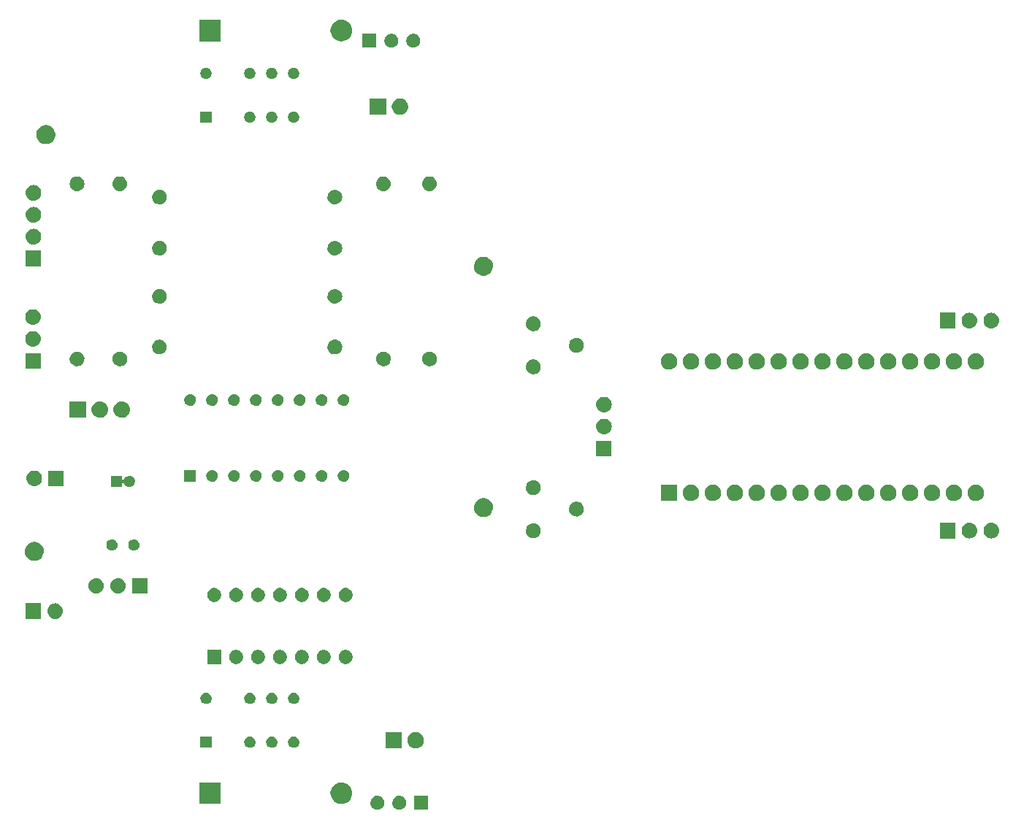
<source format=gbr>
G04 #@! TF.FileFunction,Soldermask,Bot*
%FSLAX46Y46*%
G04 Gerber Fmt 4.6, Leading zero omitted, Abs format (unit mm)*
G04 Created by KiCad (PCBNEW 4.0.6) date 03/10/20 06:56:11*
%MOMM*%
%LPD*%
G01*
G04 APERTURE LIST*
%ADD10C,0.100000*%
G04 APERTURE END LIST*
D10*
G36*
X109005183Y-145757534D02*
X109160980Y-145789515D01*
X109307600Y-145851149D01*
X109439459Y-145940088D01*
X109551525Y-146052939D01*
X109639541Y-146185414D01*
X109700149Y-146332460D01*
X109730869Y-146487609D01*
X109730869Y-146487637D01*
X109731035Y-146488477D01*
X109728498Y-146670137D01*
X109728308Y-146670972D01*
X109728308Y-146670997D01*
X109693266Y-146825234D01*
X109628577Y-146970528D01*
X109536899Y-147100491D01*
X109421719Y-147210174D01*
X109287436Y-147295393D01*
X109139149Y-147352910D01*
X108982522Y-147380527D01*
X108823507Y-147377197D01*
X108668175Y-147343044D01*
X108522428Y-147279370D01*
X108391828Y-147188600D01*
X108281346Y-147074193D01*
X108195188Y-146940501D01*
X108136640Y-146792627D01*
X108107929Y-146636190D01*
X108110149Y-146477158D01*
X108143216Y-146321592D01*
X108205872Y-146175404D01*
X108295727Y-146044174D01*
X108409361Y-145932895D01*
X108542447Y-145845807D01*
X108689913Y-145786226D01*
X108846140Y-145756425D01*
X109005183Y-145757534D01*
X109005183Y-145757534D01*
G37*
G36*
X111545183Y-145757534D02*
X111700980Y-145789515D01*
X111847600Y-145851149D01*
X111979459Y-145940088D01*
X112091525Y-146052939D01*
X112179541Y-146185414D01*
X112240149Y-146332460D01*
X112270869Y-146487609D01*
X112270869Y-146487637D01*
X112271035Y-146488477D01*
X112268498Y-146670137D01*
X112268308Y-146670972D01*
X112268308Y-146670997D01*
X112233266Y-146825234D01*
X112168577Y-146970528D01*
X112076899Y-147100491D01*
X111961719Y-147210174D01*
X111827436Y-147295393D01*
X111679149Y-147352910D01*
X111522522Y-147380527D01*
X111363507Y-147377197D01*
X111208175Y-147343044D01*
X111062428Y-147279370D01*
X110931828Y-147188600D01*
X110821346Y-147074193D01*
X110735188Y-146940501D01*
X110676640Y-146792627D01*
X110647929Y-146636190D01*
X110650149Y-146477158D01*
X110683216Y-146321592D01*
X110745872Y-146175404D01*
X110835727Y-146044174D01*
X110949361Y-145932895D01*
X111082447Y-145845807D01*
X111229913Y-145786226D01*
X111386140Y-145756425D01*
X111545183Y-145757534D01*
X111545183Y-145757534D01*
G37*
G36*
X114811000Y-147379000D02*
X113189000Y-147379000D01*
X113189000Y-145757000D01*
X114811000Y-145757000D01*
X114811000Y-147379000D01*
X114811000Y-147379000D01*
G37*
G36*
X104758447Y-144189085D02*
X104758462Y-144189087D01*
X104763520Y-144189122D01*
X105006151Y-144216337D01*
X105238874Y-144290162D01*
X105452827Y-144407783D01*
X105639858Y-144564721D01*
X105792845Y-144754998D01*
X105905960Y-144971367D01*
X105974894Y-145205586D01*
X105974901Y-145205665D01*
X105974910Y-145205695D01*
X105997028Y-145448733D01*
X105971520Y-145691425D01*
X105971512Y-145691450D01*
X105971502Y-145691548D01*
X105899304Y-145924782D01*
X105783179Y-146139550D01*
X105627550Y-146327673D01*
X105438346Y-146481984D01*
X105222772Y-146596607D01*
X104989040Y-146667175D01*
X104746053Y-146691000D01*
X104733784Y-146691000D01*
X104721553Y-146690915D01*
X104721538Y-146690913D01*
X104716480Y-146690878D01*
X104473849Y-146663663D01*
X104241126Y-146589838D01*
X104027173Y-146472217D01*
X103840142Y-146315279D01*
X103687155Y-146125002D01*
X103574040Y-145908633D01*
X103505106Y-145674414D01*
X103505099Y-145674335D01*
X103505090Y-145674305D01*
X103482972Y-145431267D01*
X103508480Y-145188575D01*
X103508488Y-145188550D01*
X103508498Y-145188452D01*
X103580696Y-144955218D01*
X103696821Y-144740450D01*
X103852450Y-144552327D01*
X104041654Y-144398016D01*
X104257228Y-144283393D01*
X104490960Y-144212825D01*
X104733947Y-144189000D01*
X104746216Y-144189000D01*
X104758447Y-144189085D01*
X104758447Y-144189085D01*
G37*
G36*
X90751000Y-146691000D02*
X88249000Y-146691000D01*
X88249000Y-144189000D01*
X90751000Y-144189000D01*
X90751000Y-146691000D01*
X90751000Y-146691000D01*
G37*
G36*
X113449888Y-138358628D02*
X113632579Y-138396129D01*
X113804510Y-138468403D01*
X113959130Y-138572694D01*
X114090541Y-138705027D01*
X114193751Y-138860371D01*
X114264822Y-139032801D01*
X114300875Y-139214881D01*
X114300875Y-139214914D01*
X114301040Y-139215750D01*
X114298066Y-139428769D01*
X114297875Y-139429608D01*
X114297875Y-139429628D01*
X114256751Y-139610640D01*
X114180895Y-139781014D01*
X114073388Y-139933415D01*
X113938332Y-140062027D01*
X113780861Y-140161962D01*
X113606984Y-140229404D01*
X113423315Y-140261789D01*
X113236850Y-140257884D01*
X113054698Y-140217835D01*
X112883801Y-140143172D01*
X112730650Y-140036729D01*
X112601099Y-139902575D01*
X112500069Y-139745807D01*
X112431411Y-139572399D01*
X112397745Y-139388966D01*
X112400349Y-139202476D01*
X112439125Y-139020054D01*
X112512595Y-138848633D01*
X112617962Y-138694748D01*
X112751212Y-138564260D01*
X112907272Y-138462138D01*
X113080192Y-138392274D01*
X113263392Y-138357327D01*
X113449888Y-138358628D01*
X113449888Y-138358628D01*
G37*
G36*
X111761000Y-140260000D02*
X109859000Y-140260000D01*
X109859000Y-138358000D01*
X111761000Y-138358000D01*
X111761000Y-140260000D01*
X111761000Y-140260000D01*
G37*
G36*
X96738378Y-138889428D02*
X96863438Y-138915099D01*
X96981135Y-138964575D01*
X97086973Y-139035962D01*
X97176935Y-139126556D01*
X97247586Y-139232893D01*
X97296237Y-139350930D01*
X97320863Y-139475297D01*
X97320863Y-139475330D01*
X97321028Y-139476166D01*
X97318992Y-139621987D01*
X97318801Y-139622826D01*
X97318801Y-139622847D01*
X97290712Y-139746486D01*
X97238785Y-139863115D01*
X97165194Y-139967438D01*
X97072737Y-140055482D01*
X96964943Y-140123891D01*
X96845918Y-140170058D01*
X96720188Y-140192227D01*
X96592543Y-140189554D01*
X96467854Y-140162139D01*
X96350865Y-140111027D01*
X96246025Y-140038162D01*
X96157344Y-139946329D01*
X96088184Y-139839014D01*
X96041186Y-139720312D01*
X96018139Y-139594737D01*
X96019921Y-139467079D01*
X96046465Y-139342204D01*
X96096758Y-139224858D01*
X96168887Y-139119517D01*
X96260103Y-139030192D01*
X96366933Y-138960285D01*
X96485305Y-138912460D01*
X96610713Y-138888537D01*
X96738378Y-138889428D01*
X96738378Y-138889428D01*
G37*
G36*
X99278378Y-138889428D02*
X99403438Y-138915099D01*
X99521135Y-138964575D01*
X99626973Y-139035962D01*
X99716935Y-139126556D01*
X99787586Y-139232893D01*
X99836237Y-139350930D01*
X99860863Y-139475297D01*
X99860863Y-139475330D01*
X99861028Y-139476166D01*
X99858992Y-139621987D01*
X99858801Y-139622826D01*
X99858801Y-139622847D01*
X99830712Y-139746486D01*
X99778785Y-139863115D01*
X99705194Y-139967438D01*
X99612737Y-140055482D01*
X99504943Y-140123891D01*
X99385918Y-140170058D01*
X99260188Y-140192227D01*
X99132543Y-140189554D01*
X99007854Y-140162139D01*
X98890865Y-140111027D01*
X98786025Y-140038162D01*
X98697344Y-139946329D01*
X98628184Y-139839014D01*
X98581186Y-139720312D01*
X98558139Y-139594737D01*
X98559921Y-139467079D01*
X98586465Y-139342204D01*
X98636758Y-139224858D01*
X98708887Y-139119517D01*
X98800103Y-139030192D01*
X98906933Y-138960285D01*
X99025305Y-138912460D01*
X99150713Y-138888537D01*
X99278378Y-138889428D01*
X99278378Y-138889428D01*
G37*
G36*
X94198378Y-138889428D02*
X94323438Y-138915099D01*
X94441135Y-138964575D01*
X94546973Y-139035962D01*
X94636935Y-139126556D01*
X94707586Y-139232893D01*
X94756237Y-139350930D01*
X94780863Y-139475297D01*
X94780863Y-139475330D01*
X94781028Y-139476166D01*
X94778992Y-139621987D01*
X94778801Y-139622826D01*
X94778801Y-139622847D01*
X94750712Y-139746486D01*
X94698785Y-139863115D01*
X94625194Y-139967438D01*
X94532737Y-140055482D01*
X94424943Y-140123891D01*
X94305918Y-140170058D01*
X94180188Y-140192227D01*
X94052543Y-140189554D01*
X93927854Y-140162139D01*
X93810865Y-140111027D01*
X93706025Y-140038162D01*
X93617344Y-139946329D01*
X93548184Y-139839014D01*
X93501186Y-139720312D01*
X93478139Y-139594737D01*
X93479921Y-139467079D01*
X93506465Y-139342204D01*
X93556758Y-139224858D01*
X93628887Y-139119517D01*
X93720103Y-139030192D01*
X93826933Y-138960285D01*
X93945305Y-138912460D01*
X94070713Y-138888537D01*
X94198378Y-138889428D01*
X94198378Y-138889428D01*
G37*
G36*
X89701000Y-140191000D02*
X88399000Y-140191000D01*
X88399000Y-138889000D01*
X89701000Y-138889000D01*
X89701000Y-140191000D01*
X89701000Y-140191000D01*
G37*
G36*
X89118378Y-133809428D02*
X89243438Y-133835099D01*
X89361135Y-133884575D01*
X89466973Y-133955962D01*
X89556935Y-134046556D01*
X89627586Y-134152893D01*
X89676237Y-134270930D01*
X89700863Y-134395297D01*
X89700863Y-134395330D01*
X89701028Y-134396166D01*
X89698992Y-134541987D01*
X89698801Y-134542826D01*
X89698801Y-134542847D01*
X89670712Y-134666486D01*
X89618785Y-134783115D01*
X89545194Y-134887438D01*
X89452737Y-134975482D01*
X89344943Y-135043891D01*
X89225918Y-135090058D01*
X89100188Y-135112227D01*
X88972543Y-135109554D01*
X88847854Y-135082139D01*
X88730865Y-135031027D01*
X88626025Y-134958162D01*
X88537344Y-134866329D01*
X88468184Y-134759014D01*
X88421186Y-134640312D01*
X88398139Y-134514737D01*
X88399921Y-134387079D01*
X88426465Y-134262204D01*
X88476758Y-134144858D01*
X88548887Y-134039517D01*
X88640103Y-133950192D01*
X88746933Y-133880285D01*
X88865305Y-133832460D01*
X88990713Y-133808537D01*
X89118378Y-133809428D01*
X89118378Y-133809428D01*
G37*
G36*
X94198378Y-133809428D02*
X94323438Y-133835099D01*
X94441135Y-133884575D01*
X94546973Y-133955962D01*
X94636935Y-134046556D01*
X94707586Y-134152893D01*
X94756237Y-134270930D01*
X94780863Y-134395297D01*
X94780863Y-134395330D01*
X94781028Y-134396166D01*
X94778992Y-134541987D01*
X94778801Y-134542826D01*
X94778801Y-134542847D01*
X94750712Y-134666486D01*
X94698785Y-134783115D01*
X94625194Y-134887438D01*
X94532737Y-134975482D01*
X94424943Y-135043891D01*
X94305918Y-135090058D01*
X94180188Y-135112227D01*
X94052543Y-135109554D01*
X93927854Y-135082139D01*
X93810865Y-135031027D01*
X93706025Y-134958162D01*
X93617344Y-134866329D01*
X93548184Y-134759014D01*
X93501186Y-134640312D01*
X93478139Y-134514737D01*
X93479921Y-134387079D01*
X93506465Y-134262204D01*
X93556758Y-134144858D01*
X93628887Y-134039517D01*
X93720103Y-133950192D01*
X93826933Y-133880285D01*
X93945305Y-133832460D01*
X94070713Y-133808537D01*
X94198378Y-133809428D01*
X94198378Y-133809428D01*
G37*
G36*
X96738378Y-133809428D02*
X96863438Y-133835099D01*
X96981135Y-133884575D01*
X97086973Y-133955962D01*
X97176935Y-134046556D01*
X97247586Y-134152893D01*
X97296237Y-134270930D01*
X97320863Y-134395297D01*
X97320863Y-134395330D01*
X97321028Y-134396166D01*
X97318992Y-134541987D01*
X97318801Y-134542826D01*
X97318801Y-134542847D01*
X97290712Y-134666486D01*
X97238785Y-134783115D01*
X97165194Y-134887438D01*
X97072737Y-134975482D01*
X96964943Y-135043891D01*
X96845918Y-135090058D01*
X96720188Y-135112227D01*
X96592543Y-135109554D01*
X96467854Y-135082139D01*
X96350865Y-135031027D01*
X96246025Y-134958162D01*
X96157344Y-134866329D01*
X96088184Y-134759014D01*
X96041186Y-134640312D01*
X96018139Y-134514737D01*
X96019921Y-134387079D01*
X96046465Y-134262204D01*
X96096758Y-134144858D01*
X96168887Y-134039517D01*
X96260103Y-133950192D01*
X96366933Y-133880285D01*
X96485305Y-133832460D01*
X96610713Y-133808537D01*
X96738378Y-133809428D01*
X96738378Y-133809428D01*
G37*
G36*
X99278378Y-133809428D02*
X99403438Y-133835099D01*
X99521135Y-133884575D01*
X99626973Y-133955962D01*
X99716935Y-134046556D01*
X99787586Y-134152893D01*
X99836237Y-134270930D01*
X99860863Y-134395297D01*
X99860863Y-134395330D01*
X99861028Y-134396166D01*
X99858992Y-134541987D01*
X99858801Y-134542826D01*
X99858801Y-134542847D01*
X99830712Y-134666486D01*
X99778785Y-134783115D01*
X99705194Y-134887438D01*
X99612737Y-134975482D01*
X99504943Y-135043891D01*
X99385918Y-135090058D01*
X99260188Y-135112227D01*
X99132543Y-135109554D01*
X99007854Y-135082139D01*
X98890865Y-135031027D01*
X98786025Y-134958162D01*
X98697344Y-134866329D01*
X98628184Y-134759014D01*
X98581186Y-134640312D01*
X98558139Y-134514737D01*
X98559921Y-134387079D01*
X98586465Y-134262204D01*
X98636758Y-134144858D01*
X98708887Y-134039517D01*
X98800103Y-133950192D01*
X98906933Y-133880285D01*
X99025305Y-133832460D01*
X99150713Y-133808537D01*
X99278378Y-133809428D01*
X99278378Y-133809428D01*
G37*
G36*
X97697593Y-128841635D02*
X97853776Y-128873696D01*
X98000755Y-128935480D01*
X98132936Y-129024637D01*
X98245284Y-129137772D01*
X98333516Y-129270571D01*
X98394273Y-129417979D01*
X98425070Y-129573513D01*
X98425070Y-129573545D01*
X98425235Y-129574381D01*
X98422692Y-129756489D01*
X98422502Y-129757324D01*
X98422502Y-129757349D01*
X98387374Y-129911969D01*
X98322525Y-130057620D01*
X98230619Y-130187904D01*
X98115157Y-130297858D01*
X97980543Y-130383287D01*
X97831889Y-130440946D01*
X97674877Y-130468631D01*
X97515469Y-130465293D01*
X97359751Y-130431056D01*
X97213649Y-130367225D01*
X97082722Y-130276229D01*
X96971972Y-130161544D01*
X96885599Y-130027519D01*
X96826908Y-129879283D01*
X96798126Y-129722459D01*
X96800352Y-129563033D01*
X96833501Y-129407083D01*
X96896310Y-129260536D01*
X96986387Y-129128982D01*
X97100301Y-129017429D01*
X97233715Y-128930126D01*
X97381544Y-128870398D01*
X97538159Y-128840523D01*
X97697593Y-128841635D01*
X97697593Y-128841635D01*
G37*
G36*
X95157593Y-128841635D02*
X95313776Y-128873696D01*
X95460755Y-128935480D01*
X95592936Y-129024637D01*
X95705284Y-129137772D01*
X95793516Y-129270571D01*
X95854273Y-129417979D01*
X95885070Y-129573513D01*
X95885070Y-129573545D01*
X95885235Y-129574381D01*
X95882692Y-129756489D01*
X95882502Y-129757324D01*
X95882502Y-129757349D01*
X95847374Y-129911969D01*
X95782525Y-130057620D01*
X95690619Y-130187904D01*
X95575157Y-130297858D01*
X95440543Y-130383287D01*
X95291889Y-130440946D01*
X95134877Y-130468631D01*
X94975469Y-130465293D01*
X94819751Y-130431056D01*
X94673649Y-130367225D01*
X94542722Y-130276229D01*
X94431972Y-130161544D01*
X94345599Y-130027519D01*
X94286908Y-129879283D01*
X94258126Y-129722459D01*
X94260352Y-129563033D01*
X94293501Y-129407083D01*
X94356310Y-129260536D01*
X94446387Y-129128982D01*
X94560301Y-129017429D01*
X94693715Y-128930126D01*
X94841544Y-128870398D01*
X94998159Y-128840523D01*
X95157593Y-128841635D01*
X95157593Y-128841635D01*
G37*
G36*
X100237593Y-128841635D02*
X100393776Y-128873696D01*
X100540755Y-128935480D01*
X100672936Y-129024637D01*
X100785284Y-129137772D01*
X100873516Y-129270571D01*
X100934273Y-129417979D01*
X100965070Y-129573513D01*
X100965070Y-129573545D01*
X100965235Y-129574381D01*
X100962692Y-129756489D01*
X100962502Y-129757324D01*
X100962502Y-129757349D01*
X100927374Y-129911969D01*
X100862525Y-130057620D01*
X100770619Y-130187904D01*
X100655157Y-130297858D01*
X100520543Y-130383287D01*
X100371889Y-130440946D01*
X100214877Y-130468631D01*
X100055469Y-130465293D01*
X99899751Y-130431056D01*
X99753649Y-130367225D01*
X99622722Y-130276229D01*
X99511972Y-130161544D01*
X99425599Y-130027519D01*
X99366908Y-129879283D01*
X99338126Y-129722459D01*
X99340352Y-129563033D01*
X99373501Y-129407083D01*
X99436310Y-129260536D01*
X99526387Y-129128982D01*
X99640301Y-129017429D01*
X99773715Y-128930126D01*
X99921544Y-128870398D01*
X100078159Y-128840523D01*
X100237593Y-128841635D01*
X100237593Y-128841635D01*
G37*
G36*
X92617593Y-128841635D02*
X92773776Y-128873696D01*
X92920755Y-128935480D01*
X93052936Y-129024637D01*
X93165284Y-129137772D01*
X93253516Y-129270571D01*
X93314273Y-129417979D01*
X93345070Y-129573513D01*
X93345070Y-129573545D01*
X93345235Y-129574381D01*
X93342692Y-129756489D01*
X93342502Y-129757324D01*
X93342502Y-129757349D01*
X93307374Y-129911969D01*
X93242525Y-130057620D01*
X93150619Y-130187904D01*
X93035157Y-130297858D01*
X92900543Y-130383287D01*
X92751889Y-130440946D01*
X92594877Y-130468631D01*
X92435469Y-130465293D01*
X92279751Y-130431056D01*
X92133649Y-130367225D01*
X92002722Y-130276229D01*
X91891972Y-130161544D01*
X91805599Y-130027519D01*
X91746908Y-129879283D01*
X91718126Y-129722459D01*
X91720352Y-129563033D01*
X91753501Y-129407083D01*
X91816310Y-129260536D01*
X91906387Y-129128982D01*
X92020301Y-129017429D01*
X92153715Y-128930126D01*
X92301544Y-128870398D01*
X92458159Y-128840523D01*
X92617593Y-128841635D01*
X92617593Y-128841635D01*
G37*
G36*
X102777593Y-128841635D02*
X102933776Y-128873696D01*
X103080755Y-128935480D01*
X103212936Y-129024637D01*
X103325284Y-129137772D01*
X103413516Y-129270571D01*
X103474273Y-129417979D01*
X103505070Y-129573513D01*
X103505070Y-129573545D01*
X103505235Y-129574381D01*
X103502692Y-129756489D01*
X103502502Y-129757324D01*
X103502502Y-129757349D01*
X103467374Y-129911969D01*
X103402525Y-130057620D01*
X103310619Y-130187904D01*
X103195157Y-130297858D01*
X103060543Y-130383287D01*
X102911889Y-130440946D01*
X102754877Y-130468631D01*
X102595469Y-130465293D01*
X102439751Y-130431056D01*
X102293649Y-130367225D01*
X102162722Y-130276229D01*
X102051972Y-130161544D01*
X101965599Y-130027519D01*
X101906908Y-129879283D01*
X101878126Y-129722459D01*
X101880352Y-129563033D01*
X101913501Y-129407083D01*
X101976310Y-129260536D01*
X102066387Y-129128982D01*
X102180301Y-129017429D01*
X102313715Y-128930126D01*
X102461544Y-128870398D01*
X102618159Y-128840523D01*
X102777593Y-128841635D01*
X102777593Y-128841635D01*
G37*
G36*
X105317593Y-128841635D02*
X105473776Y-128873696D01*
X105620755Y-128935480D01*
X105752936Y-129024637D01*
X105865284Y-129137772D01*
X105953516Y-129270571D01*
X106014273Y-129417979D01*
X106045070Y-129573513D01*
X106045070Y-129573545D01*
X106045235Y-129574381D01*
X106042692Y-129756489D01*
X106042502Y-129757324D01*
X106042502Y-129757349D01*
X106007374Y-129911969D01*
X105942525Y-130057620D01*
X105850619Y-130187904D01*
X105735157Y-130297858D01*
X105600543Y-130383287D01*
X105451889Y-130440946D01*
X105294877Y-130468631D01*
X105135469Y-130465293D01*
X104979751Y-130431056D01*
X104833649Y-130367225D01*
X104702722Y-130276229D01*
X104591972Y-130161544D01*
X104505599Y-130027519D01*
X104446908Y-129879283D01*
X104418126Y-129722459D01*
X104420352Y-129563033D01*
X104453501Y-129407083D01*
X104516310Y-129260536D01*
X104606387Y-129128982D01*
X104720301Y-129017429D01*
X104853715Y-128930126D01*
X105001544Y-128870398D01*
X105158159Y-128840523D01*
X105317593Y-128841635D01*
X105317593Y-128841635D01*
G37*
G36*
X90805200Y-130467100D02*
X89179200Y-130467100D01*
X89179200Y-128841100D01*
X90805200Y-128841100D01*
X90805200Y-130467100D01*
X90805200Y-130467100D01*
G37*
G36*
X71748049Y-123446026D02*
X71748069Y-123446032D01*
X71748171Y-123446043D01*
X71916152Y-123498041D01*
X72070833Y-123581677D01*
X72206323Y-123693765D01*
X72317462Y-123830034D01*
X72400016Y-123985296D01*
X72450841Y-124153635D01*
X72468000Y-124328640D01*
X72468000Y-124337521D01*
X72467949Y-124344865D01*
X72467947Y-124344879D01*
X72467912Y-124349940D01*
X72448311Y-124524688D01*
X72395141Y-124692302D01*
X72310427Y-124846395D01*
X72197397Y-124981100D01*
X72060354Y-125091285D01*
X71904521Y-125172753D01*
X71735831Y-125222401D01*
X71735746Y-125222409D01*
X71735721Y-125222416D01*
X71560710Y-125238343D01*
X71385951Y-125219974D01*
X71385931Y-125219968D01*
X71385829Y-125219957D01*
X71217848Y-125167959D01*
X71063167Y-125084323D01*
X70927677Y-124972235D01*
X70816538Y-124835966D01*
X70733984Y-124680704D01*
X70683159Y-124512365D01*
X70666000Y-124337360D01*
X70666000Y-124328479D01*
X70666051Y-124321135D01*
X70666053Y-124321121D01*
X70666088Y-124316060D01*
X70685689Y-124141312D01*
X70738859Y-123973698D01*
X70823573Y-123819605D01*
X70936603Y-123684900D01*
X71073646Y-123574715D01*
X71229479Y-123493247D01*
X71398169Y-123443599D01*
X71398254Y-123443591D01*
X71398279Y-123443584D01*
X71573290Y-123427657D01*
X71748049Y-123446026D01*
X71748049Y-123446026D01*
G37*
G36*
X69928000Y-125234000D02*
X68126000Y-125234000D01*
X68126000Y-123432000D01*
X69928000Y-123432000D01*
X69928000Y-125234000D01*
X69928000Y-125234000D01*
G37*
G36*
X97697593Y-121653435D02*
X97853776Y-121685496D01*
X98000755Y-121747280D01*
X98132936Y-121836437D01*
X98245284Y-121949572D01*
X98333516Y-122082371D01*
X98394273Y-122229779D01*
X98425070Y-122385313D01*
X98425070Y-122385345D01*
X98425235Y-122386181D01*
X98422692Y-122568289D01*
X98422502Y-122569124D01*
X98422502Y-122569149D01*
X98387374Y-122723769D01*
X98322525Y-122869420D01*
X98230619Y-122999704D01*
X98115157Y-123109658D01*
X97980543Y-123195087D01*
X97831889Y-123252746D01*
X97674877Y-123280431D01*
X97515469Y-123277093D01*
X97359751Y-123242856D01*
X97213649Y-123179025D01*
X97082722Y-123088029D01*
X96971972Y-122973344D01*
X96885599Y-122839319D01*
X96826908Y-122691083D01*
X96798126Y-122534259D01*
X96800352Y-122374833D01*
X96833501Y-122218883D01*
X96896310Y-122072336D01*
X96986387Y-121940782D01*
X97100301Y-121829229D01*
X97233715Y-121741926D01*
X97381544Y-121682198D01*
X97538159Y-121652323D01*
X97697593Y-121653435D01*
X97697593Y-121653435D01*
G37*
G36*
X90077593Y-121653435D02*
X90233776Y-121685496D01*
X90380755Y-121747280D01*
X90512936Y-121836437D01*
X90625284Y-121949572D01*
X90713516Y-122082371D01*
X90774273Y-122229779D01*
X90805070Y-122385313D01*
X90805070Y-122385345D01*
X90805235Y-122386181D01*
X90802692Y-122568289D01*
X90802502Y-122569124D01*
X90802502Y-122569149D01*
X90767374Y-122723769D01*
X90702525Y-122869420D01*
X90610619Y-122999704D01*
X90495157Y-123109658D01*
X90360543Y-123195087D01*
X90211889Y-123252746D01*
X90054877Y-123280431D01*
X89895469Y-123277093D01*
X89739751Y-123242856D01*
X89593649Y-123179025D01*
X89462722Y-123088029D01*
X89351972Y-122973344D01*
X89265599Y-122839319D01*
X89206908Y-122691083D01*
X89178126Y-122534259D01*
X89180352Y-122374833D01*
X89213501Y-122218883D01*
X89276310Y-122072336D01*
X89366387Y-121940782D01*
X89480301Y-121829229D01*
X89613715Y-121741926D01*
X89761544Y-121682198D01*
X89918159Y-121652323D01*
X90077593Y-121653435D01*
X90077593Y-121653435D01*
G37*
G36*
X92617593Y-121653435D02*
X92773776Y-121685496D01*
X92920755Y-121747280D01*
X93052936Y-121836437D01*
X93165284Y-121949572D01*
X93253516Y-122082371D01*
X93314273Y-122229779D01*
X93345070Y-122385313D01*
X93345070Y-122385345D01*
X93345235Y-122386181D01*
X93342692Y-122568289D01*
X93342502Y-122569124D01*
X93342502Y-122569149D01*
X93307374Y-122723769D01*
X93242525Y-122869420D01*
X93150619Y-122999704D01*
X93035157Y-123109658D01*
X92900543Y-123195087D01*
X92751889Y-123252746D01*
X92594877Y-123280431D01*
X92435469Y-123277093D01*
X92279751Y-123242856D01*
X92133649Y-123179025D01*
X92002722Y-123088029D01*
X91891972Y-122973344D01*
X91805599Y-122839319D01*
X91746908Y-122691083D01*
X91718126Y-122534259D01*
X91720352Y-122374833D01*
X91753501Y-122218883D01*
X91816310Y-122072336D01*
X91906387Y-121940782D01*
X92020301Y-121829229D01*
X92153715Y-121741926D01*
X92301544Y-121682198D01*
X92458159Y-121652323D01*
X92617593Y-121653435D01*
X92617593Y-121653435D01*
G37*
G36*
X95157593Y-121653435D02*
X95313776Y-121685496D01*
X95460755Y-121747280D01*
X95592936Y-121836437D01*
X95705284Y-121949572D01*
X95793516Y-122082371D01*
X95854273Y-122229779D01*
X95885070Y-122385313D01*
X95885070Y-122385345D01*
X95885235Y-122386181D01*
X95882692Y-122568289D01*
X95882502Y-122569124D01*
X95882502Y-122569149D01*
X95847374Y-122723769D01*
X95782525Y-122869420D01*
X95690619Y-122999704D01*
X95575157Y-123109658D01*
X95440543Y-123195087D01*
X95291889Y-123252746D01*
X95134877Y-123280431D01*
X94975469Y-123277093D01*
X94819751Y-123242856D01*
X94673649Y-123179025D01*
X94542722Y-123088029D01*
X94431972Y-122973344D01*
X94345599Y-122839319D01*
X94286908Y-122691083D01*
X94258126Y-122534259D01*
X94260352Y-122374833D01*
X94293501Y-122218883D01*
X94356310Y-122072336D01*
X94446387Y-121940782D01*
X94560301Y-121829229D01*
X94693715Y-121741926D01*
X94841544Y-121682198D01*
X94998159Y-121652323D01*
X95157593Y-121653435D01*
X95157593Y-121653435D01*
G37*
G36*
X100237593Y-121653435D02*
X100393776Y-121685496D01*
X100540755Y-121747280D01*
X100672936Y-121836437D01*
X100785284Y-121949572D01*
X100873516Y-122082371D01*
X100934273Y-122229779D01*
X100965070Y-122385313D01*
X100965070Y-122385345D01*
X100965235Y-122386181D01*
X100962692Y-122568289D01*
X100962502Y-122569124D01*
X100962502Y-122569149D01*
X100927374Y-122723769D01*
X100862525Y-122869420D01*
X100770619Y-122999704D01*
X100655157Y-123109658D01*
X100520543Y-123195087D01*
X100371889Y-123252746D01*
X100214877Y-123280431D01*
X100055469Y-123277093D01*
X99899751Y-123242856D01*
X99753649Y-123179025D01*
X99622722Y-123088029D01*
X99511972Y-122973344D01*
X99425599Y-122839319D01*
X99366908Y-122691083D01*
X99338126Y-122534259D01*
X99340352Y-122374833D01*
X99373501Y-122218883D01*
X99436310Y-122072336D01*
X99526387Y-121940782D01*
X99640301Y-121829229D01*
X99773715Y-121741926D01*
X99921544Y-121682198D01*
X100078159Y-121652323D01*
X100237593Y-121653435D01*
X100237593Y-121653435D01*
G37*
G36*
X102777593Y-121653435D02*
X102933776Y-121685496D01*
X103080755Y-121747280D01*
X103212936Y-121836437D01*
X103325284Y-121949572D01*
X103413516Y-122082371D01*
X103474273Y-122229779D01*
X103505070Y-122385313D01*
X103505070Y-122385345D01*
X103505235Y-122386181D01*
X103502692Y-122568289D01*
X103502502Y-122569124D01*
X103502502Y-122569149D01*
X103467374Y-122723769D01*
X103402525Y-122869420D01*
X103310619Y-122999704D01*
X103195157Y-123109658D01*
X103060543Y-123195087D01*
X102911889Y-123252746D01*
X102754877Y-123280431D01*
X102595469Y-123277093D01*
X102439751Y-123242856D01*
X102293649Y-123179025D01*
X102162722Y-123088029D01*
X102051972Y-122973344D01*
X101965599Y-122839319D01*
X101906908Y-122691083D01*
X101878126Y-122534259D01*
X101880352Y-122374833D01*
X101913501Y-122218883D01*
X101976310Y-122072336D01*
X102066387Y-121940782D01*
X102180301Y-121829229D01*
X102313715Y-121741926D01*
X102461544Y-121682198D01*
X102618159Y-121652323D01*
X102777593Y-121653435D01*
X102777593Y-121653435D01*
G37*
G36*
X105317593Y-121653435D02*
X105473776Y-121685496D01*
X105620755Y-121747280D01*
X105752936Y-121836437D01*
X105865284Y-121949572D01*
X105953516Y-122082371D01*
X106014273Y-122229779D01*
X106045070Y-122385313D01*
X106045070Y-122385345D01*
X106045235Y-122386181D01*
X106042692Y-122568289D01*
X106042502Y-122569124D01*
X106042502Y-122569149D01*
X106007374Y-122723769D01*
X105942525Y-122869420D01*
X105850619Y-122999704D01*
X105735157Y-123109658D01*
X105600543Y-123195087D01*
X105451889Y-123252746D01*
X105294877Y-123280431D01*
X105135469Y-123277093D01*
X104979751Y-123242856D01*
X104833649Y-123179025D01*
X104702722Y-123088029D01*
X104591972Y-122973344D01*
X104505599Y-122839319D01*
X104446908Y-122691083D01*
X104418126Y-122534259D01*
X104420352Y-122374833D01*
X104453501Y-122218883D01*
X104516310Y-122072336D01*
X104606387Y-121940782D01*
X104720301Y-121829229D01*
X104853715Y-121741926D01*
X105001544Y-121682198D01*
X105158159Y-121652323D01*
X105317593Y-121653435D01*
X105317593Y-121653435D01*
G37*
G36*
X79032849Y-120515026D02*
X79032869Y-120515032D01*
X79032971Y-120515043D01*
X79200952Y-120567041D01*
X79355633Y-120650677D01*
X79491123Y-120762765D01*
X79602262Y-120899034D01*
X79684816Y-121054296D01*
X79735641Y-121222635D01*
X79752800Y-121397640D01*
X79752800Y-121406521D01*
X79752749Y-121413865D01*
X79752747Y-121413879D01*
X79752712Y-121418940D01*
X79733111Y-121593688D01*
X79679941Y-121761302D01*
X79595227Y-121915395D01*
X79482197Y-122050100D01*
X79345154Y-122160285D01*
X79189321Y-122241753D01*
X79020631Y-122291401D01*
X79020546Y-122291409D01*
X79020521Y-122291416D01*
X78845510Y-122307343D01*
X78670751Y-122288974D01*
X78670731Y-122288968D01*
X78670629Y-122288957D01*
X78502648Y-122236959D01*
X78347967Y-122153323D01*
X78212477Y-122041235D01*
X78101338Y-121904966D01*
X78018784Y-121749704D01*
X77967959Y-121581365D01*
X77950800Y-121406360D01*
X77950800Y-121397479D01*
X77950851Y-121390135D01*
X77950853Y-121390121D01*
X77950888Y-121385060D01*
X77970489Y-121210312D01*
X78023659Y-121042698D01*
X78108373Y-120888605D01*
X78221403Y-120753900D01*
X78358446Y-120643715D01*
X78514279Y-120562247D01*
X78682969Y-120512599D01*
X78683054Y-120512591D01*
X78683079Y-120512584D01*
X78858090Y-120496657D01*
X79032849Y-120515026D01*
X79032849Y-120515026D01*
G37*
G36*
X76492849Y-120515026D02*
X76492869Y-120515032D01*
X76492971Y-120515043D01*
X76660952Y-120567041D01*
X76815633Y-120650677D01*
X76951123Y-120762765D01*
X77062262Y-120899034D01*
X77144816Y-121054296D01*
X77195641Y-121222635D01*
X77212800Y-121397640D01*
X77212800Y-121406521D01*
X77212749Y-121413865D01*
X77212747Y-121413879D01*
X77212712Y-121418940D01*
X77193111Y-121593688D01*
X77139941Y-121761302D01*
X77055227Y-121915395D01*
X76942197Y-122050100D01*
X76805154Y-122160285D01*
X76649321Y-122241753D01*
X76480631Y-122291401D01*
X76480546Y-122291409D01*
X76480521Y-122291416D01*
X76305510Y-122307343D01*
X76130751Y-122288974D01*
X76130731Y-122288968D01*
X76130629Y-122288957D01*
X75962648Y-122236959D01*
X75807967Y-122153323D01*
X75672477Y-122041235D01*
X75561338Y-121904966D01*
X75478784Y-121749704D01*
X75427959Y-121581365D01*
X75410800Y-121406360D01*
X75410800Y-121397479D01*
X75410851Y-121390135D01*
X75410853Y-121390121D01*
X75410888Y-121385060D01*
X75430489Y-121210312D01*
X75483659Y-121042698D01*
X75568373Y-120888605D01*
X75681403Y-120753900D01*
X75818446Y-120643715D01*
X75974279Y-120562247D01*
X76142969Y-120512599D01*
X76143054Y-120512591D01*
X76143079Y-120512584D01*
X76318090Y-120496657D01*
X76492849Y-120515026D01*
X76492849Y-120515026D01*
G37*
G36*
X82292800Y-122303000D02*
X80490800Y-122303000D01*
X80490800Y-120501000D01*
X82292800Y-120501000D01*
X82292800Y-122303000D01*
X82292800Y-122303000D01*
G37*
G36*
X69267143Y-116311728D02*
X69478652Y-116355145D01*
X69677698Y-116438816D01*
X69856705Y-116559558D01*
X70008845Y-116712764D01*
X70128334Y-116892609D01*
X70210613Y-117092231D01*
X70252381Y-117303178D01*
X70252381Y-117303201D01*
X70252547Y-117304041D01*
X70249103Y-117550660D01*
X70248913Y-117551495D01*
X70248913Y-117551519D01*
X70201272Y-117761216D01*
X70113451Y-117958464D01*
X69988988Y-118134900D01*
X69832625Y-118283803D01*
X69650319Y-118399498D01*
X69449017Y-118477578D01*
X69236379Y-118515071D01*
X69020503Y-118510550D01*
X68809622Y-118464184D01*
X68611768Y-118377745D01*
X68434461Y-118254512D01*
X68284476Y-118099198D01*
X68167511Y-117917704D01*
X68088024Y-117716944D01*
X68049048Y-117504578D01*
X68052062Y-117288675D01*
X68096953Y-117077482D01*
X68182014Y-116879019D01*
X68303999Y-116700863D01*
X68458268Y-116549793D01*
X68638940Y-116431564D01*
X68839137Y-116350680D01*
X69051231Y-116310221D01*
X69267143Y-116311728D01*
X69267143Y-116311728D01*
G37*
G36*
X78219403Y-116006431D02*
X78345425Y-116032301D01*
X78464021Y-116082153D01*
X78570676Y-116154093D01*
X78661328Y-116245381D01*
X78732522Y-116352535D01*
X78781546Y-116471477D01*
X78806363Y-116596809D01*
X78806363Y-116596840D01*
X78806528Y-116597676D01*
X78804476Y-116744616D01*
X78804286Y-116745451D01*
X78804286Y-116745476D01*
X78775979Y-116870072D01*
X78723653Y-116987596D01*
X78649496Y-117092721D01*
X78556332Y-117181439D01*
X78447705Y-117250377D01*
X78327769Y-117296897D01*
X78201073Y-117319236D01*
X78072448Y-117316542D01*
X77946799Y-117288916D01*
X77828916Y-117237414D01*
X77723270Y-117163988D01*
X77633906Y-117071450D01*
X77564216Y-116963311D01*
X77516855Y-116843691D01*
X77493632Y-116717162D01*
X77495429Y-116588524D01*
X77522177Y-116462682D01*
X77572857Y-116344437D01*
X77645539Y-116238288D01*
X77737454Y-116148277D01*
X77845105Y-116077833D01*
X77964386Y-116029640D01*
X78090757Y-116005534D01*
X78219403Y-116006431D01*
X78219403Y-116006431D01*
G37*
G36*
X80759403Y-116006431D02*
X80885425Y-116032301D01*
X81004021Y-116082153D01*
X81110676Y-116154093D01*
X81201328Y-116245381D01*
X81272522Y-116352535D01*
X81321546Y-116471477D01*
X81346363Y-116596809D01*
X81346363Y-116596840D01*
X81346528Y-116597676D01*
X81344476Y-116744616D01*
X81344286Y-116745451D01*
X81344286Y-116745476D01*
X81315979Y-116870072D01*
X81263653Y-116987596D01*
X81189496Y-117092721D01*
X81096332Y-117181439D01*
X80987705Y-117250377D01*
X80867769Y-117296897D01*
X80741073Y-117319236D01*
X80612448Y-117316542D01*
X80486799Y-117288916D01*
X80368916Y-117237414D01*
X80263270Y-117163988D01*
X80173906Y-117071450D01*
X80104216Y-116963311D01*
X80056855Y-116843691D01*
X80033632Y-116717162D01*
X80035429Y-116588524D01*
X80062177Y-116462682D01*
X80112857Y-116344437D01*
X80185539Y-116238288D01*
X80277454Y-116148277D01*
X80385105Y-116077833D01*
X80504386Y-116029640D01*
X80630757Y-116005534D01*
X80759403Y-116006431D01*
X80759403Y-116006431D01*
G37*
G36*
X180261049Y-114113026D02*
X180261069Y-114113032D01*
X180261171Y-114113043D01*
X180429152Y-114165041D01*
X180583833Y-114248677D01*
X180719323Y-114360765D01*
X180830462Y-114497034D01*
X180913016Y-114652296D01*
X180963841Y-114820635D01*
X180981000Y-114995640D01*
X180981000Y-115004521D01*
X180980949Y-115011865D01*
X180980947Y-115011879D01*
X180980912Y-115016940D01*
X180961311Y-115191688D01*
X180908141Y-115359302D01*
X180823427Y-115513395D01*
X180710397Y-115648100D01*
X180573354Y-115758285D01*
X180417521Y-115839753D01*
X180248831Y-115889401D01*
X180248746Y-115889409D01*
X180248721Y-115889416D01*
X180073710Y-115905343D01*
X179898951Y-115886974D01*
X179898931Y-115886968D01*
X179898829Y-115886957D01*
X179730848Y-115834959D01*
X179576167Y-115751323D01*
X179440677Y-115639235D01*
X179329538Y-115502966D01*
X179246984Y-115347704D01*
X179196159Y-115179365D01*
X179179000Y-115004360D01*
X179179000Y-114995479D01*
X179179051Y-114988135D01*
X179179053Y-114988121D01*
X179179088Y-114983060D01*
X179198689Y-114808312D01*
X179251859Y-114640698D01*
X179336573Y-114486605D01*
X179449603Y-114351900D01*
X179586646Y-114241715D01*
X179742479Y-114160247D01*
X179911169Y-114110599D01*
X179911254Y-114110591D01*
X179911279Y-114110584D01*
X180086290Y-114094657D01*
X180261049Y-114113026D01*
X180261049Y-114113026D01*
G37*
G36*
X177721049Y-114113026D02*
X177721069Y-114113032D01*
X177721171Y-114113043D01*
X177889152Y-114165041D01*
X178043833Y-114248677D01*
X178179323Y-114360765D01*
X178290462Y-114497034D01*
X178373016Y-114652296D01*
X178423841Y-114820635D01*
X178441000Y-114995640D01*
X178441000Y-115004521D01*
X178440949Y-115011865D01*
X178440947Y-115011879D01*
X178440912Y-115016940D01*
X178421311Y-115191688D01*
X178368141Y-115359302D01*
X178283427Y-115513395D01*
X178170397Y-115648100D01*
X178033354Y-115758285D01*
X177877521Y-115839753D01*
X177708831Y-115889401D01*
X177708746Y-115889409D01*
X177708721Y-115889416D01*
X177533710Y-115905343D01*
X177358951Y-115886974D01*
X177358931Y-115886968D01*
X177358829Y-115886957D01*
X177190848Y-115834959D01*
X177036167Y-115751323D01*
X176900677Y-115639235D01*
X176789538Y-115502966D01*
X176706984Y-115347704D01*
X176656159Y-115179365D01*
X176639000Y-115004360D01*
X176639000Y-114995479D01*
X176639051Y-114988135D01*
X176639053Y-114988121D01*
X176639088Y-114983060D01*
X176658689Y-114808312D01*
X176711859Y-114640698D01*
X176796573Y-114486605D01*
X176909603Y-114351900D01*
X177046646Y-114241715D01*
X177202479Y-114160247D01*
X177371169Y-114110599D01*
X177371254Y-114110591D01*
X177371279Y-114110584D01*
X177546290Y-114094657D01*
X177721049Y-114113026D01*
X177721049Y-114113026D01*
G37*
G36*
X175901000Y-115901000D02*
X174099000Y-115901000D01*
X174099000Y-114099000D01*
X175901000Y-114099000D01*
X175901000Y-115901000D01*
X175901000Y-115901000D01*
G37*
G36*
X127090435Y-114139568D02*
X127255839Y-114173521D01*
X127411496Y-114238953D01*
X127551484Y-114333376D01*
X127670460Y-114453185D01*
X127763902Y-114593828D01*
X127828245Y-114749937D01*
X127860871Y-114914706D01*
X127860871Y-114914735D01*
X127861037Y-114915575D01*
X127858344Y-115108434D01*
X127858153Y-115109273D01*
X127858153Y-115109295D01*
X127820940Y-115273093D01*
X127752262Y-115427344D01*
X127654931Y-115565320D01*
X127532653Y-115681765D01*
X127390086Y-115772240D01*
X127232662Y-115833301D01*
X127066377Y-115862621D01*
X126897558Y-115859085D01*
X126732644Y-115822826D01*
X126577921Y-115755229D01*
X126439263Y-115658859D01*
X126321971Y-115537401D01*
X126230502Y-115395467D01*
X126168343Y-115238473D01*
X126137863Y-115072399D01*
X126140221Y-114903562D01*
X126175327Y-114738397D01*
X126241845Y-114583199D01*
X126337239Y-114443879D01*
X126457881Y-114325739D01*
X126599169Y-114233282D01*
X126755725Y-114170030D01*
X126921588Y-114138390D01*
X127090435Y-114139568D01*
X127090435Y-114139568D01*
G37*
G36*
X121337643Y-111231728D02*
X121549152Y-111275145D01*
X121748198Y-111358816D01*
X121927205Y-111479558D01*
X122079345Y-111632764D01*
X122198834Y-111812609D01*
X122281113Y-112012231D01*
X122322881Y-112223178D01*
X122322881Y-112223201D01*
X122323047Y-112224041D01*
X122319603Y-112470660D01*
X122319413Y-112471495D01*
X122319413Y-112471519D01*
X122271772Y-112681216D01*
X122183951Y-112878464D01*
X122059488Y-113054900D01*
X121903125Y-113203803D01*
X121720819Y-113319498D01*
X121519517Y-113397578D01*
X121306879Y-113435071D01*
X121091003Y-113430550D01*
X120880122Y-113384184D01*
X120682268Y-113297745D01*
X120504961Y-113174512D01*
X120354976Y-113019198D01*
X120238011Y-112837704D01*
X120158524Y-112636944D01*
X120119548Y-112424578D01*
X120122562Y-112208675D01*
X120167453Y-111997482D01*
X120252514Y-111799019D01*
X120374499Y-111620863D01*
X120528768Y-111469793D01*
X120709440Y-111351564D01*
X120909637Y-111270680D01*
X121121731Y-111230221D01*
X121337643Y-111231728D01*
X121337643Y-111231728D01*
G37*
G36*
X132090435Y-111639568D02*
X132255839Y-111673521D01*
X132411496Y-111738953D01*
X132551484Y-111833376D01*
X132670460Y-111953185D01*
X132763902Y-112093828D01*
X132828245Y-112249937D01*
X132860871Y-112414706D01*
X132860871Y-112414735D01*
X132861037Y-112415575D01*
X132858344Y-112608434D01*
X132858153Y-112609273D01*
X132858153Y-112609295D01*
X132820940Y-112773093D01*
X132752262Y-112927344D01*
X132654931Y-113065320D01*
X132532653Y-113181765D01*
X132390086Y-113272240D01*
X132232662Y-113333301D01*
X132066377Y-113362621D01*
X131897558Y-113359085D01*
X131732644Y-113322826D01*
X131577921Y-113255229D01*
X131439263Y-113158859D01*
X131321971Y-113037401D01*
X131230502Y-112895467D01*
X131168343Y-112738473D01*
X131137863Y-112572399D01*
X131140221Y-112403562D01*
X131175327Y-112238397D01*
X131241845Y-112083199D01*
X131337239Y-111943879D01*
X131457881Y-111825739D01*
X131599169Y-111733282D01*
X131755725Y-111670030D01*
X131921588Y-111638390D01*
X132090435Y-111639568D01*
X132090435Y-111639568D01*
G37*
G36*
X168219888Y-109669628D02*
X168402579Y-109707129D01*
X168574510Y-109779403D01*
X168729130Y-109883694D01*
X168860541Y-110016027D01*
X168963751Y-110171371D01*
X169034822Y-110343801D01*
X169070875Y-110525881D01*
X169070875Y-110525914D01*
X169071040Y-110526750D01*
X169068066Y-110739769D01*
X169067875Y-110740608D01*
X169067875Y-110740628D01*
X169026751Y-110921640D01*
X168950895Y-111092014D01*
X168843388Y-111244415D01*
X168708332Y-111373027D01*
X168550861Y-111472962D01*
X168376984Y-111540404D01*
X168193315Y-111572789D01*
X168006850Y-111568884D01*
X167824698Y-111528835D01*
X167653801Y-111454172D01*
X167500650Y-111347729D01*
X167371099Y-111213575D01*
X167270069Y-111056807D01*
X167201411Y-110883399D01*
X167167745Y-110699966D01*
X167170349Y-110513476D01*
X167209125Y-110331054D01*
X167282595Y-110159633D01*
X167387962Y-110005748D01*
X167521212Y-109875260D01*
X167677272Y-109773138D01*
X167850192Y-109703274D01*
X168033392Y-109668327D01*
X168219888Y-109669628D01*
X168219888Y-109669628D01*
G37*
G36*
X145359888Y-109669628D02*
X145542579Y-109707129D01*
X145714510Y-109779403D01*
X145869130Y-109883694D01*
X146000541Y-110016027D01*
X146103751Y-110171371D01*
X146174822Y-110343801D01*
X146210875Y-110525881D01*
X146210875Y-110525914D01*
X146211040Y-110526750D01*
X146208066Y-110739769D01*
X146207875Y-110740608D01*
X146207875Y-110740628D01*
X146166751Y-110921640D01*
X146090895Y-111092014D01*
X145983388Y-111244415D01*
X145848332Y-111373027D01*
X145690861Y-111472962D01*
X145516984Y-111540404D01*
X145333315Y-111572789D01*
X145146850Y-111568884D01*
X144964698Y-111528835D01*
X144793801Y-111454172D01*
X144640650Y-111347729D01*
X144511099Y-111213575D01*
X144410069Y-111056807D01*
X144341411Y-110883399D01*
X144307745Y-110699966D01*
X144310349Y-110513476D01*
X144349125Y-110331054D01*
X144422595Y-110159633D01*
X144527962Y-110005748D01*
X144661212Y-109875260D01*
X144817272Y-109773138D01*
X144990192Y-109703274D01*
X145173392Y-109668327D01*
X145359888Y-109669628D01*
X145359888Y-109669628D01*
G37*
G36*
X147899888Y-109669628D02*
X148082579Y-109707129D01*
X148254510Y-109779403D01*
X148409130Y-109883694D01*
X148540541Y-110016027D01*
X148643751Y-110171371D01*
X148714822Y-110343801D01*
X148750875Y-110525881D01*
X148750875Y-110525914D01*
X148751040Y-110526750D01*
X148748066Y-110739769D01*
X148747875Y-110740608D01*
X148747875Y-110740628D01*
X148706751Y-110921640D01*
X148630895Y-111092014D01*
X148523388Y-111244415D01*
X148388332Y-111373027D01*
X148230861Y-111472962D01*
X148056984Y-111540404D01*
X147873315Y-111572789D01*
X147686850Y-111568884D01*
X147504698Y-111528835D01*
X147333801Y-111454172D01*
X147180650Y-111347729D01*
X147051099Y-111213575D01*
X146950069Y-111056807D01*
X146881411Y-110883399D01*
X146847745Y-110699966D01*
X146850349Y-110513476D01*
X146889125Y-110331054D01*
X146962595Y-110159633D01*
X147067962Y-110005748D01*
X147201212Y-109875260D01*
X147357272Y-109773138D01*
X147530192Y-109703274D01*
X147713392Y-109668327D01*
X147899888Y-109669628D01*
X147899888Y-109669628D01*
G37*
G36*
X150439888Y-109669628D02*
X150622579Y-109707129D01*
X150794510Y-109779403D01*
X150949130Y-109883694D01*
X151080541Y-110016027D01*
X151183751Y-110171371D01*
X151254822Y-110343801D01*
X151290875Y-110525881D01*
X151290875Y-110525914D01*
X151291040Y-110526750D01*
X151288066Y-110739769D01*
X151287875Y-110740608D01*
X151287875Y-110740628D01*
X151246751Y-110921640D01*
X151170895Y-111092014D01*
X151063388Y-111244415D01*
X150928332Y-111373027D01*
X150770861Y-111472962D01*
X150596984Y-111540404D01*
X150413315Y-111572789D01*
X150226850Y-111568884D01*
X150044698Y-111528835D01*
X149873801Y-111454172D01*
X149720650Y-111347729D01*
X149591099Y-111213575D01*
X149490069Y-111056807D01*
X149421411Y-110883399D01*
X149387745Y-110699966D01*
X149390349Y-110513476D01*
X149429125Y-110331054D01*
X149502595Y-110159633D01*
X149607962Y-110005748D01*
X149741212Y-109875260D01*
X149897272Y-109773138D01*
X150070192Y-109703274D01*
X150253392Y-109668327D01*
X150439888Y-109669628D01*
X150439888Y-109669628D01*
G37*
G36*
X152979888Y-109669628D02*
X153162579Y-109707129D01*
X153334510Y-109779403D01*
X153489130Y-109883694D01*
X153620541Y-110016027D01*
X153723751Y-110171371D01*
X153794822Y-110343801D01*
X153830875Y-110525881D01*
X153830875Y-110525914D01*
X153831040Y-110526750D01*
X153828066Y-110739769D01*
X153827875Y-110740608D01*
X153827875Y-110740628D01*
X153786751Y-110921640D01*
X153710895Y-111092014D01*
X153603388Y-111244415D01*
X153468332Y-111373027D01*
X153310861Y-111472962D01*
X153136984Y-111540404D01*
X152953315Y-111572789D01*
X152766850Y-111568884D01*
X152584698Y-111528835D01*
X152413801Y-111454172D01*
X152260650Y-111347729D01*
X152131099Y-111213575D01*
X152030069Y-111056807D01*
X151961411Y-110883399D01*
X151927745Y-110699966D01*
X151930349Y-110513476D01*
X151969125Y-110331054D01*
X152042595Y-110159633D01*
X152147962Y-110005748D01*
X152281212Y-109875260D01*
X152437272Y-109773138D01*
X152610192Y-109703274D01*
X152793392Y-109668327D01*
X152979888Y-109669628D01*
X152979888Y-109669628D01*
G37*
G36*
X155519888Y-109669628D02*
X155702579Y-109707129D01*
X155874510Y-109779403D01*
X156029130Y-109883694D01*
X156160541Y-110016027D01*
X156263751Y-110171371D01*
X156334822Y-110343801D01*
X156370875Y-110525881D01*
X156370875Y-110525914D01*
X156371040Y-110526750D01*
X156368066Y-110739769D01*
X156367875Y-110740608D01*
X156367875Y-110740628D01*
X156326751Y-110921640D01*
X156250895Y-111092014D01*
X156143388Y-111244415D01*
X156008332Y-111373027D01*
X155850861Y-111472962D01*
X155676984Y-111540404D01*
X155493315Y-111572789D01*
X155306850Y-111568884D01*
X155124698Y-111528835D01*
X154953801Y-111454172D01*
X154800650Y-111347729D01*
X154671099Y-111213575D01*
X154570069Y-111056807D01*
X154501411Y-110883399D01*
X154467745Y-110699966D01*
X154470349Y-110513476D01*
X154509125Y-110331054D01*
X154582595Y-110159633D01*
X154687962Y-110005748D01*
X154821212Y-109875260D01*
X154977272Y-109773138D01*
X155150192Y-109703274D01*
X155333392Y-109668327D01*
X155519888Y-109669628D01*
X155519888Y-109669628D01*
G37*
G36*
X158059888Y-109669628D02*
X158242579Y-109707129D01*
X158414510Y-109779403D01*
X158569130Y-109883694D01*
X158700541Y-110016027D01*
X158803751Y-110171371D01*
X158874822Y-110343801D01*
X158910875Y-110525881D01*
X158910875Y-110525914D01*
X158911040Y-110526750D01*
X158908066Y-110739769D01*
X158907875Y-110740608D01*
X158907875Y-110740628D01*
X158866751Y-110921640D01*
X158790895Y-111092014D01*
X158683388Y-111244415D01*
X158548332Y-111373027D01*
X158390861Y-111472962D01*
X158216984Y-111540404D01*
X158033315Y-111572789D01*
X157846850Y-111568884D01*
X157664698Y-111528835D01*
X157493801Y-111454172D01*
X157340650Y-111347729D01*
X157211099Y-111213575D01*
X157110069Y-111056807D01*
X157041411Y-110883399D01*
X157007745Y-110699966D01*
X157010349Y-110513476D01*
X157049125Y-110331054D01*
X157122595Y-110159633D01*
X157227962Y-110005748D01*
X157361212Y-109875260D01*
X157517272Y-109773138D01*
X157690192Y-109703274D01*
X157873392Y-109668327D01*
X158059888Y-109669628D01*
X158059888Y-109669628D01*
G37*
G36*
X163139888Y-109669628D02*
X163322579Y-109707129D01*
X163494510Y-109779403D01*
X163649130Y-109883694D01*
X163780541Y-110016027D01*
X163883751Y-110171371D01*
X163954822Y-110343801D01*
X163990875Y-110525881D01*
X163990875Y-110525914D01*
X163991040Y-110526750D01*
X163988066Y-110739769D01*
X163987875Y-110740608D01*
X163987875Y-110740628D01*
X163946751Y-110921640D01*
X163870895Y-111092014D01*
X163763388Y-111244415D01*
X163628332Y-111373027D01*
X163470861Y-111472962D01*
X163296984Y-111540404D01*
X163113315Y-111572789D01*
X162926850Y-111568884D01*
X162744698Y-111528835D01*
X162573801Y-111454172D01*
X162420650Y-111347729D01*
X162291099Y-111213575D01*
X162190069Y-111056807D01*
X162121411Y-110883399D01*
X162087745Y-110699966D01*
X162090349Y-110513476D01*
X162129125Y-110331054D01*
X162202595Y-110159633D01*
X162307962Y-110005748D01*
X162441212Y-109875260D01*
X162597272Y-109773138D01*
X162770192Y-109703274D01*
X162953392Y-109668327D01*
X163139888Y-109669628D01*
X163139888Y-109669628D01*
G37*
G36*
X165679888Y-109669628D02*
X165862579Y-109707129D01*
X166034510Y-109779403D01*
X166189130Y-109883694D01*
X166320541Y-110016027D01*
X166423751Y-110171371D01*
X166494822Y-110343801D01*
X166530875Y-110525881D01*
X166530875Y-110525914D01*
X166531040Y-110526750D01*
X166528066Y-110739769D01*
X166527875Y-110740608D01*
X166527875Y-110740628D01*
X166486751Y-110921640D01*
X166410895Y-111092014D01*
X166303388Y-111244415D01*
X166168332Y-111373027D01*
X166010861Y-111472962D01*
X165836984Y-111540404D01*
X165653315Y-111572789D01*
X165466850Y-111568884D01*
X165284698Y-111528835D01*
X165113801Y-111454172D01*
X164960650Y-111347729D01*
X164831099Y-111213575D01*
X164730069Y-111056807D01*
X164661411Y-110883399D01*
X164627745Y-110699966D01*
X164630349Y-110513476D01*
X164669125Y-110331054D01*
X164742595Y-110159633D01*
X164847962Y-110005748D01*
X164981212Y-109875260D01*
X165137272Y-109773138D01*
X165310192Y-109703274D01*
X165493392Y-109668327D01*
X165679888Y-109669628D01*
X165679888Y-109669628D01*
G37*
G36*
X178379888Y-109669628D02*
X178562579Y-109707129D01*
X178734510Y-109779403D01*
X178889130Y-109883694D01*
X179020541Y-110016027D01*
X179123751Y-110171371D01*
X179194822Y-110343801D01*
X179230875Y-110525881D01*
X179230875Y-110525914D01*
X179231040Y-110526750D01*
X179228066Y-110739769D01*
X179227875Y-110740608D01*
X179227875Y-110740628D01*
X179186751Y-110921640D01*
X179110895Y-111092014D01*
X179003388Y-111244415D01*
X178868332Y-111373027D01*
X178710861Y-111472962D01*
X178536984Y-111540404D01*
X178353315Y-111572789D01*
X178166850Y-111568884D01*
X177984698Y-111528835D01*
X177813801Y-111454172D01*
X177660650Y-111347729D01*
X177531099Y-111213575D01*
X177430069Y-111056807D01*
X177361411Y-110883399D01*
X177327745Y-110699966D01*
X177330349Y-110513476D01*
X177369125Y-110331054D01*
X177442595Y-110159633D01*
X177547962Y-110005748D01*
X177681212Y-109875260D01*
X177837272Y-109773138D01*
X178010192Y-109703274D01*
X178193392Y-109668327D01*
X178379888Y-109669628D01*
X178379888Y-109669628D01*
G37*
G36*
X170759888Y-109669628D02*
X170942579Y-109707129D01*
X171114510Y-109779403D01*
X171269130Y-109883694D01*
X171400541Y-110016027D01*
X171503751Y-110171371D01*
X171574822Y-110343801D01*
X171610875Y-110525881D01*
X171610875Y-110525914D01*
X171611040Y-110526750D01*
X171608066Y-110739769D01*
X171607875Y-110740608D01*
X171607875Y-110740628D01*
X171566751Y-110921640D01*
X171490895Y-111092014D01*
X171383388Y-111244415D01*
X171248332Y-111373027D01*
X171090861Y-111472962D01*
X170916984Y-111540404D01*
X170733315Y-111572789D01*
X170546850Y-111568884D01*
X170364698Y-111528835D01*
X170193801Y-111454172D01*
X170040650Y-111347729D01*
X169911099Y-111213575D01*
X169810069Y-111056807D01*
X169741411Y-110883399D01*
X169707745Y-110699966D01*
X169710349Y-110513476D01*
X169749125Y-110331054D01*
X169822595Y-110159633D01*
X169927962Y-110005748D01*
X170061212Y-109875260D01*
X170217272Y-109773138D01*
X170390192Y-109703274D01*
X170573392Y-109668327D01*
X170759888Y-109669628D01*
X170759888Y-109669628D01*
G37*
G36*
X173299888Y-109669628D02*
X173482579Y-109707129D01*
X173654510Y-109779403D01*
X173809130Y-109883694D01*
X173940541Y-110016027D01*
X174043751Y-110171371D01*
X174114822Y-110343801D01*
X174150875Y-110525881D01*
X174150875Y-110525914D01*
X174151040Y-110526750D01*
X174148066Y-110739769D01*
X174147875Y-110740608D01*
X174147875Y-110740628D01*
X174106751Y-110921640D01*
X174030895Y-111092014D01*
X173923388Y-111244415D01*
X173788332Y-111373027D01*
X173630861Y-111472962D01*
X173456984Y-111540404D01*
X173273315Y-111572789D01*
X173086850Y-111568884D01*
X172904698Y-111528835D01*
X172733801Y-111454172D01*
X172580650Y-111347729D01*
X172451099Y-111213575D01*
X172350069Y-111056807D01*
X172281411Y-110883399D01*
X172247745Y-110699966D01*
X172250349Y-110513476D01*
X172289125Y-110331054D01*
X172362595Y-110159633D01*
X172467962Y-110005748D01*
X172601212Y-109875260D01*
X172757272Y-109773138D01*
X172930192Y-109703274D01*
X173113392Y-109668327D01*
X173299888Y-109669628D01*
X173299888Y-109669628D01*
G37*
G36*
X175839888Y-109669628D02*
X176022579Y-109707129D01*
X176194510Y-109779403D01*
X176349130Y-109883694D01*
X176480541Y-110016027D01*
X176583751Y-110171371D01*
X176654822Y-110343801D01*
X176690875Y-110525881D01*
X176690875Y-110525914D01*
X176691040Y-110526750D01*
X176688066Y-110739769D01*
X176687875Y-110740608D01*
X176687875Y-110740628D01*
X176646751Y-110921640D01*
X176570895Y-111092014D01*
X176463388Y-111244415D01*
X176328332Y-111373027D01*
X176170861Y-111472962D01*
X175996984Y-111540404D01*
X175813315Y-111572789D01*
X175626850Y-111568884D01*
X175444698Y-111528835D01*
X175273801Y-111454172D01*
X175120650Y-111347729D01*
X174991099Y-111213575D01*
X174890069Y-111056807D01*
X174821411Y-110883399D01*
X174787745Y-110699966D01*
X174790349Y-110513476D01*
X174829125Y-110331054D01*
X174902595Y-110159633D01*
X175007962Y-110005748D01*
X175141212Y-109875260D01*
X175297272Y-109773138D01*
X175470192Y-109703274D01*
X175653392Y-109668327D01*
X175839888Y-109669628D01*
X175839888Y-109669628D01*
G37*
G36*
X160599888Y-109669628D02*
X160782579Y-109707129D01*
X160954510Y-109779403D01*
X161109130Y-109883694D01*
X161240541Y-110016027D01*
X161343751Y-110171371D01*
X161414822Y-110343801D01*
X161450875Y-110525881D01*
X161450875Y-110525914D01*
X161451040Y-110526750D01*
X161448066Y-110739769D01*
X161447875Y-110740608D01*
X161447875Y-110740628D01*
X161406751Y-110921640D01*
X161330895Y-111092014D01*
X161223388Y-111244415D01*
X161088332Y-111373027D01*
X160930861Y-111472962D01*
X160756984Y-111540404D01*
X160573315Y-111572789D01*
X160386850Y-111568884D01*
X160204698Y-111528835D01*
X160033801Y-111454172D01*
X159880650Y-111347729D01*
X159751099Y-111213575D01*
X159650069Y-111056807D01*
X159581411Y-110883399D01*
X159547745Y-110699966D01*
X159550349Y-110513476D01*
X159589125Y-110331054D01*
X159662595Y-110159633D01*
X159767962Y-110005748D01*
X159901212Y-109875260D01*
X160057272Y-109773138D01*
X160230192Y-109703274D01*
X160413392Y-109668327D01*
X160599888Y-109669628D01*
X160599888Y-109669628D01*
G37*
G36*
X143671000Y-111571000D02*
X141769000Y-111571000D01*
X141769000Y-109669000D01*
X143671000Y-109669000D01*
X143671000Y-111571000D01*
X143671000Y-111571000D01*
G37*
G36*
X127090435Y-109139568D02*
X127255839Y-109173521D01*
X127411496Y-109238953D01*
X127551484Y-109333376D01*
X127670460Y-109453185D01*
X127763902Y-109593828D01*
X127828245Y-109749937D01*
X127860871Y-109914706D01*
X127860871Y-109914735D01*
X127861037Y-109915575D01*
X127858344Y-110108434D01*
X127858153Y-110109273D01*
X127858153Y-110109295D01*
X127820940Y-110273093D01*
X127752262Y-110427344D01*
X127654931Y-110565320D01*
X127532653Y-110681765D01*
X127390086Y-110772240D01*
X127232662Y-110833301D01*
X127066377Y-110862621D01*
X126897558Y-110859085D01*
X126732644Y-110822826D01*
X126577921Y-110755229D01*
X126439263Y-110658859D01*
X126321971Y-110537401D01*
X126230502Y-110395467D01*
X126168343Y-110238473D01*
X126137863Y-110072399D01*
X126140221Y-109903562D01*
X126175327Y-109738397D01*
X126241845Y-109583199D01*
X126337239Y-109443879D01*
X126457881Y-109325739D01*
X126599169Y-109233282D01*
X126755725Y-109170030D01*
X126921588Y-109138390D01*
X127090435Y-109139568D01*
X127090435Y-109139568D01*
G37*
G36*
X80237278Y-108635428D02*
X80362338Y-108661099D01*
X80480035Y-108710575D01*
X80585873Y-108781962D01*
X80675835Y-108872556D01*
X80746486Y-108978893D01*
X80795137Y-109096930D01*
X80819763Y-109221297D01*
X80819763Y-109221330D01*
X80819928Y-109222166D01*
X80817892Y-109367987D01*
X80817701Y-109368826D01*
X80817701Y-109368847D01*
X80789612Y-109492486D01*
X80737685Y-109609115D01*
X80664094Y-109713438D01*
X80571637Y-109801482D01*
X80463843Y-109869891D01*
X80344818Y-109916058D01*
X80219088Y-109938227D01*
X80091443Y-109935554D01*
X79966754Y-109908139D01*
X79849765Y-109857027D01*
X79744925Y-109784162D01*
X79656244Y-109692329D01*
X79587084Y-109585014D01*
X79561122Y-109519443D01*
X79543701Y-109488886D01*
X79518456Y-109464392D01*
X79487388Y-109447901D01*
X79452955Y-109440719D01*
X79417884Y-109443413D01*
X79384953Y-109455772D01*
X79356768Y-109476815D01*
X79335562Y-109504878D01*
X79323013Y-109537737D01*
X79319900Y-109565459D01*
X79319900Y-109937000D01*
X78017900Y-109937000D01*
X78017900Y-108635000D01*
X79319900Y-108635000D01*
X79319900Y-109005300D01*
X79324849Y-109040124D01*
X79339304Y-109072191D01*
X79362120Y-109098961D01*
X79391490Y-109118315D01*
X79425090Y-109128720D01*
X79460258Y-109129353D01*
X79494211Y-109120163D01*
X79524258Y-109101878D01*
X79548022Y-109075945D01*
X79559792Y-109054542D01*
X79595658Y-108970858D01*
X79667787Y-108865517D01*
X79759003Y-108776192D01*
X79865833Y-108706285D01*
X79984205Y-108658460D01*
X80109613Y-108634537D01*
X80237278Y-108635428D01*
X80237278Y-108635428D01*
G37*
G36*
X69309649Y-108054026D02*
X69309669Y-108054032D01*
X69309771Y-108054043D01*
X69477752Y-108106041D01*
X69632433Y-108189677D01*
X69767923Y-108301765D01*
X69879062Y-108438034D01*
X69961616Y-108593296D01*
X70012441Y-108761635D01*
X70029600Y-108936640D01*
X70029600Y-108945521D01*
X70029549Y-108952865D01*
X70029547Y-108952879D01*
X70029512Y-108957940D01*
X70009911Y-109132688D01*
X69956741Y-109300302D01*
X69872027Y-109454395D01*
X69758997Y-109589100D01*
X69621954Y-109699285D01*
X69466121Y-109780753D01*
X69297431Y-109830401D01*
X69297346Y-109830409D01*
X69297321Y-109830416D01*
X69122310Y-109846343D01*
X68947551Y-109827974D01*
X68947531Y-109827968D01*
X68947429Y-109827957D01*
X68779448Y-109775959D01*
X68624767Y-109692323D01*
X68489277Y-109580235D01*
X68378138Y-109443966D01*
X68295584Y-109288704D01*
X68244759Y-109120365D01*
X68227600Y-108945360D01*
X68227600Y-108936479D01*
X68227651Y-108929135D01*
X68227653Y-108929121D01*
X68227688Y-108924060D01*
X68247289Y-108749312D01*
X68300459Y-108581698D01*
X68385173Y-108427605D01*
X68498203Y-108292900D01*
X68635246Y-108182715D01*
X68791079Y-108101247D01*
X68959769Y-108051599D01*
X68959854Y-108051591D01*
X68959879Y-108051584D01*
X69134890Y-108035657D01*
X69309649Y-108054026D01*
X69309649Y-108054026D01*
G37*
G36*
X72569600Y-109842000D02*
X70767600Y-109842000D01*
X70767600Y-108040000D01*
X72569600Y-108040000D01*
X72569600Y-109842000D01*
X72569600Y-109842000D01*
G37*
G36*
X99994603Y-107966444D02*
X100124468Y-107993102D01*
X100246680Y-108044475D01*
X100356586Y-108118608D01*
X100450002Y-108212679D01*
X100523366Y-108323100D01*
X100573885Y-108445668D01*
X100599464Y-108574847D01*
X100599464Y-108574879D01*
X100599629Y-108575715D01*
X100597515Y-108727135D01*
X100597324Y-108727974D01*
X100597324Y-108727996D01*
X100568149Y-108856415D01*
X100514228Y-108977523D01*
X100437810Y-109085853D01*
X100341805Y-109177276D01*
X100229871Y-109248312D01*
X100106269Y-109296254D01*
X99975715Y-109319274D01*
X99843168Y-109316498D01*
X99713692Y-109288031D01*
X99592210Y-109234956D01*
X99483345Y-109159293D01*
X99391258Y-109063935D01*
X99319439Y-108952493D01*
X99270637Y-108829234D01*
X99246706Y-108698843D01*
X99248557Y-108566278D01*
X99276119Y-108436611D01*
X99328346Y-108314755D01*
X99403243Y-108205370D01*
X99497964Y-108112614D01*
X99608893Y-108040023D01*
X99731812Y-107990360D01*
X99862035Y-107965520D01*
X99994603Y-107966444D01*
X99994603Y-107966444D01*
G37*
G36*
X97454603Y-107966444D02*
X97584468Y-107993102D01*
X97706680Y-108044475D01*
X97816586Y-108118608D01*
X97910002Y-108212679D01*
X97983366Y-108323100D01*
X98033885Y-108445668D01*
X98059464Y-108574847D01*
X98059464Y-108574879D01*
X98059629Y-108575715D01*
X98057515Y-108727135D01*
X98057324Y-108727974D01*
X98057324Y-108727996D01*
X98028149Y-108856415D01*
X97974228Y-108977523D01*
X97897810Y-109085853D01*
X97801805Y-109177276D01*
X97689871Y-109248312D01*
X97566269Y-109296254D01*
X97435715Y-109319274D01*
X97303168Y-109316498D01*
X97173692Y-109288031D01*
X97052210Y-109234956D01*
X96943345Y-109159293D01*
X96851258Y-109063935D01*
X96779439Y-108952493D01*
X96730637Y-108829234D01*
X96706706Y-108698843D01*
X96708557Y-108566278D01*
X96736119Y-108436611D01*
X96788346Y-108314755D01*
X96863243Y-108205370D01*
X96957964Y-108112614D01*
X97068893Y-108040023D01*
X97191812Y-107990360D01*
X97322035Y-107965520D01*
X97454603Y-107966444D01*
X97454603Y-107966444D01*
G37*
G36*
X89834603Y-107966444D02*
X89964468Y-107993102D01*
X90086680Y-108044475D01*
X90196586Y-108118608D01*
X90290002Y-108212679D01*
X90363366Y-108323100D01*
X90413885Y-108445668D01*
X90439464Y-108574847D01*
X90439464Y-108574879D01*
X90439629Y-108575715D01*
X90437515Y-108727135D01*
X90437324Y-108727974D01*
X90437324Y-108727996D01*
X90408149Y-108856415D01*
X90354228Y-108977523D01*
X90277810Y-109085853D01*
X90181805Y-109177276D01*
X90069871Y-109248312D01*
X89946269Y-109296254D01*
X89815715Y-109319274D01*
X89683168Y-109316498D01*
X89553692Y-109288031D01*
X89432210Y-109234956D01*
X89323345Y-109159293D01*
X89231258Y-109063935D01*
X89159439Y-108952493D01*
X89110637Y-108829234D01*
X89086706Y-108698843D01*
X89088557Y-108566278D01*
X89116119Y-108436611D01*
X89168346Y-108314755D01*
X89243243Y-108205370D01*
X89337964Y-108112614D01*
X89448893Y-108040023D01*
X89571812Y-107990360D01*
X89702035Y-107965520D01*
X89834603Y-107966444D01*
X89834603Y-107966444D01*
G37*
G36*
X92374603Y-107966444D02*
X92504468Y-107993102D01*
X92626680Y-108044475D01*
X92736586Y-108118608D01*
X92830002Y-108212679D01*
X92903366Y-108323100D01*
X92953885Y-108445668D01*
X92979464Y-108574847D01*
X92979464Y-108574879D01*
X92979629Y-108575715D01*
X92977515Y-108727135D01*
X92977324Y-108727974D01*
X92977324Y-108727996D01*
X92948149Y-108856415D01*
X92894228Y-108977523D01*
X92817810Y-109085853D01*
X92721805Y-109177276D01*
X92609871Y-109248312D01*
X92486269Y-109296254D01*
X92355715Y-109319274D01*
X92223168Y-109316498D01*
X92093692Y-109288031D01*
X91972210Y-109234956D01*
X91863345Y-109159293D01*
X91771258Y-109063935D01*
X91699439Y-108952493D01*
X91650637Y-108829234D01*
X91626706Y-108698843D01*
X91628557Y-108566278D01*
X91656119Y-108436611D01*
X91708346Y-108314755D01*
X91783243Y-108205370D01*
X91877964Y-108112614D01*
X91988893Y-108040023D01*
X92111812Y-107990360D01*
X92242035Y-107965520D01*
X92374603Y-107966444D01*
X92374603Y-107966444D01*
G37*
G36*
X94914603Y-107966444D02*
X95044468Y-107993102D01*
X95166680Y-108044475D01*
X95276586Y-108118608D01*
X95370002Y-108212679D01*
X95443366Y-108323100D01*
X95493885Y-108445668D01*
X95519464Y-108574847D01*
X95519464Y-108574879D01*
X95519629Y-108575715D01*
X95517515Y-108727135D01*
X95517324Y-108727974D01*
X95517324Y-108727996D01*
X95488149Y-108856415D01*
X95434228Y-108977523D01*
X95357810Y-109085853D01*
X95261805Y-109177276D01*
X95149871Y-109248312D01*
X95026269Y-109296254D01*
X94895715Y-109319274D01*
X94763168Y-109316498D01*
X94633692Y-109288031D01*
X94512210Y-109234956D01*
X94403345Y-109159293D01*
X94311258Y-109063935D01*
X94239439Y-108952493D01*
X94190637Y-108829234D01*
X94166706Y-108698843D01*
X94168557Y-108566278D01*
X94196119Y-108436611D01*
X94248346Y-108314755D01*
X94323243Y-108205370D01*
X94417964Y-108112614D01*
X94528893Y-108040023D01*
X94651812Y-107990360D01*
X94782035Y-107965520D01*
X94914603Y-107966444D01*
X94914603Y-107966444D01*
G37*
G36*
X105074603Y-107966444D02*
X105204468Y-107993102D01*
X105326680Y-108044475D01*
X105436586Y-108118608D01*
X105530002Y-108212679D01*
X105603366Y-108323100D01*
X105653885Y-108445668D01*
X105679464Y-108574847D01*
X105679464Y-108574879D01*
X105679629Y-108575715D01*
X105677515Y-108727135D01*
X105677324Y-108727974D01*
X105677324Y-108727996D01*
X105648149Y-108856415D01*
X105594228Y-108977523D01*
X105517810Y-109085853D01*
X105421805Y-109177276D01*
X105309871Y-109248312D01*
X105186269Y-109296254D01*
X105055715Y-109319274D01*
X104923168Y-109316498D01*
X104793692Y-109288031D01*
X104672210Y-109234956D01*
X104563345Y-109159293D01*
X104471258Y-109063935D01*
X104399439Y-108952493D01*
X104350637Y-108829234D01*
X104326706Y-108698843D01*
X104328557Y-108566278D01*
X104356119Y-108436611D01*
X104408346Y-108314755D01*
X104483243Y-108205370D01*
X104577964Y-108112614D01*
X104688893Y-108040023D01*
X104811812Y-107990360D01*
X104942035Y-107965520D01*
X105074603Y-107966444D01*
X105074603Y-107966444D01*
G37*
G36*
X102534603Y-107966444D02*
X102664468Y-107993102D01*
X102786680Y-108044475D01*
X102896586Y-108118608D01*
X102990002Y-108212679D01*
X103063366Y-108323100D01*
X103113885Y-108445668D01*
X103139464Y-108574847D01*
X103139464Y-108574879D01*
X103139629Y-108575715D01*
X103137515Y-108727135D01*
X103137324Y-108727974D01*
X103137324Y-108727996D01*
X103108149Y-108856415D01*
X103054228Y-108977523D01*
X102977810Y-109085853D01*
X102881805Y-109177276D01*
X102769871Y-109248312D01*
X102646269Y-109296254D01*
X102515715Y-109319274D01*
X102383168Y-109316498D01*
X102253692Y-109288031D01*
X102132210Y-109234956D01*
X102023345Y-109159293D01*
X101931258Y-109063935D01*
X101859439Y-108952493D01*
X101810637Y-108829234D01*
X101786706Y-108698843D01*
X101788557Y-108566278D01*
X101816119Y-108436611D01*
X101868346Y-108314755D01*
X101943243Y-108205370D01*
X102037964Y-108112614D01*
X102148893Y-108040023D01*
X102271812Y-107990360D01*
X102402035Y-107965520D01*
X102534603Y-107966444D01*
X102534603Y-107966444D01*
G37*
G36*
X87899600Y-109318000D02*
X86547600Y-109318000D01*
X86547600Y-107966000D01*
X87899600Y-107966000D01*
X87899600Y-109318000D01*
X87899600Y-109318000D01*
G37*
G36*
X136080000Y-106362000D02*
X134278000Y-106362000D01*
X134278000Y-104560000D01*
X136080000Y-104560000D01*
X136080000Y-106362000D01*
X136080000Y-106362000D01*
G37*
G36*
X135190865Y-102020051D02*
X135190879Y-102020053D01*
X135195940Y-102020088D01*
X135370688Y-102039689D01*
X135538302Y-102092859D01*
X135692395Y-102177573D01*
X135827100Y-102290603D01*
X135937285Y-102427646D01*
X136018753Y-102583479D01*
X136068401Y-102752169D01*
X136068409Y-102752254D01*
X136068416Y-102752279D01*
X136084343Y-102927290D01*
X136065974Y-103102049D01*
X136065968Y-103102069D01*
X136065957Y-103102171D01*
X136013959Y-103270152D01*
X135930323Y-103424833D01*
X135818235Y-103560323D01*
X135681966Y-103671462D01*
X135526704Y-103754016D01*
X135358365Y-103804841D01*
X135183360Y-103822000D01*
X135174479Y-103822000D01*
X135167135Y-103821949D01*
X135167121Y-103821947D01*
X135162060Y-103821912D01*
X134987312Y-103802311D01*
X134819698Y-103749141D01*
X134665605Y-103664427D01*
X134530900Y-103551397D01*
X134420715Y-103414354D01*
X134339247Y-103258521D01*
X134289599Y-103089831D01*
X134289591Y-103089746D01*
X134289584Y-103089721D01*
X134273657Y-102914710D01*
X134292026Y-102739951D01*
X134292032Y-102739931D01*
X134292043Y-102739829D01*
X134344041Y-102571848D01*
X134427677Y-102417167D01*
X134539765Y-102281677D01*
X134676034Y-102170538D01*
X134831296Y-102087984D01*
X134999635Y-102037159D01*
X135174640Y-102020000D01*
X135183521Y-102020000D01*
X135190865Y-102020051D01*
X135190865Y-102020051D01*
G37*
G36*
X79281106Y-100019056D02*
X79281120Y-100019058D01*
X79286179Y-100019093D01*
X79470625Y-100039782D01*
X79647540Y-100095902D01*
X79810185Y-100185317D01*
X79952365Y-100304620D01*
X80068664Y-100449267D01*
X80154653Y-100613749D01*
X80207056Y-100791800D01*
X80207064Y-100791884D01*
X80207071Y-100791909D01*
X80223883Y-100976639D01*
X80204495Y-101161103D01*
X80204487Y-101161128D01*
X80204477Y-101161225D01*
X80149593Y-101338527D01*
X80061316Y-101501792D01*
X79943008Y-101644802D01*
X79799176Y-101762108D01*
X79635299Y-101849243D01*
X79457618Y-101902888D01*
X79272901Y-101921000D01*
X79263539Y-101921000D01*
X79255494Y-101920944D01*
X79255480Y-101920942D01*
X79250421Y-101920907D01*
X79065975Y-101900218D01*
X78889060Y-101844098D01*
X78726415Y-101754683D01*
X78584235Y-101635380D01*
X78467936Y-101490733D01*
X78381947Y-101326251D01*
X78329544Y-101148200D01*
X78329536Y-101148116D01*
X78329529Y-101148091D01*
X78312717Y-100963361D01*
X78332105Y-100778897D01*
X78332113Y-100778872D01*
X78332123Y-100778775D01*
X78387007Y-100601473D01*
X78475284Y-100438208D01*
X78593592Y-100295198D01*
X78737424Y-100177892D01*
X78901301Y-100090757D01*
X79078982Y-100037112D01*
X79263699Y-100019000D01*
X79273061Y-100019000D01*
X79281106Y-100019056D01*
X79281106Y-100019056D01*
G37*
G36*
X75139300Y-101921000D02*
X73237300Y-101921000D01*
X73237300Y-100019000D01*
X75139300Y-100019000D01*
X75139300Y-101921000D01*
X75139300Y-101921000D01*
G37*
G36*
X76741106Y-100019056D02*
X76741120Y-100019058D01*
X76746179Y-100019093D01*
X76930625Y-100039782D01*
X77107540Y-100095902D01*
X77270185Y-100185317D01*
X77412365Y-100304620D01*
X77528664Y-100449267D01*
X77614653Y-100613749D01*
X77667056Y-100791800D01*
X77667064Y-100791884D01*
X77667071Y-100791909D01*
X77683883Y-100976639D01*
X77664495Y-101161103D01*
X77664487Y-101161128D01*
X77664477Y-101161225D01*
X77609593Y-101338527D01*
X77521316Y-101501792D01*
X77403008Y-101644802D01*
X77259176Y-101762108D01*
X77095299Y-101849243D01*
X76917618Y-101902888D01*
X76732901Y-101921000D01*
X76723539Y-101921000D01*
X76715494Y-101920944D01*
X76715480Y-101920942D01*
X76710421Y-101920907D01*
X76525975Y-101900218D01*
X76349060Y-101844098D01*
X76186415Y-101754683D01*
X76044235Y-101635380D01*
X75927936Y-101490733D01*
X75841947Y-101326251D01*
X75789544Y-101148200D01*
X75789536Y-101148116D01*
X75789529Y-101148091D01*
X75772717Y-100963361D01*
X75792105Y-100778897D01*
X75792113Y-100778872D01*
X75792123Y-100778775D01*
X75847007Y-100601473D01*
X75935284Y-100438208D01*
X76053592Y-100295198D01*
X76197424Y-100177892D01*
X76361301Y-100090757D01*
X76538982Y-100037112D01*
X76723699Y-100019000D01*
X76733061Y-100019000D01*
X76741106Y-100019056D01*
X76741106Y-100019056D01*
G37*
G36*
X135190865Y-99480051D02*
X135190879Y-99480053D01*
X135195940Y-99480088D01*
X135370688Y-99499689D01*
X135538302Y-99552859D01*
X135692395Y-99637573D01*
X135827100Y-99750603D01*
X135937285Y-99887646D01*
X136018753Y-100043479D01*
X136068401Y-100212169D01*
X136068409Y-100212254D01*
X136068416Y-100212279D01*
X136084343Y-100387290D01*
X136065974Y-100562049D01*
X136065968Y-100562069D01*
X136065957Y-100562171D01*
X136013959Y-100730152D01*
X135930323Y-100884833D01*
X135818235Y-101020323D01*
X135681966Y-101131462D01*
X135526704Y-101214016D01*
X135358365Y-101264841D01*
X135183360Y-101282000D01*
X135174479Y-101282000D01*
X135167135Y-101281949D01*
X135167121Y-101281947D01*
X135162060Y-101281912D01*
X134987312Y-101262311D01*
X134819698Y-101209141D01*
X134665605Y-101124427D01*
X134530900Y-101011397D01*
X134420715Y-100874354D01*
X134339247Y-100718521D01*
X134289599Y-100549831D01*
X134289591Y-100549746D01*
X134289584Y-100549721D01*
X134273657Y-100374710D01*
X134292026Y-100199951D01*
X134292032Y-100199931D01*
X134292043Y-100199829D01*
X134344041Y-100031848D01*
X134427677Y-99877167D01*
X134539765Y-99741677D01*
X134676034Y-99630538D01*
X134831296Y-99547984D01*
X134999635Y-99497159D01*
X135174640Y-99480000D01*
X135183521Y-99480000D01*
X135190865Y-99480051D01*
X135190865Y-99480051D01*
G37*
G36*
X92374603Y-99166444D02*
X92504468Y-99193102D01*
X92626680Y-99244475D01*
X92736586Y-99318608D01*
X92830002Y-99412679D01*
X92903366Y-99523100D01*
X92953885Y-99645668D01*
X92979464Y-99774847D01*
X92979464Y-99774879D01*
X92979629Y-99775715D01*
X92977515Y-99927135D01*
X92977324Y-99927974D01*
X92977324Y-99927996D01*
X92948149Y-100056415D01*
X92894228Y-100177523D01*
X92817810Y-100285853D01*
X92721805Y-100377276D01*
X92609871Y-100448312D01*
X92486269Y-100496254D01*
X92355715Y-100519274D01*
X92223168Y-100516498D01*
X92093692Y-100488031D01*
X91972210Y-100434956D01*
X91863345Y-100359293D01*
X91771258Y-100263935D01*
X91699439Y-100152493D01*
X91650637Y-100029234D01*
X91626706Y-99898843D01*
X91628557Y-99766278D01*
X91656119Y-99636611D01*
X91708346Y-99514755D01*
X91783243Y-99405370D01*
X91877964Y-99312614D01*
X91988893Y-99240023D01*
X92111812Y-99190360D01*
X92242035Y-99165520D01*
X92374603Y-99166444D01*
X92374603Y-99166444D01*
G37*
G36*
X87294603Y-99166444D02*
X87424468Y-99193102D01*
X87546680Y-99244475D01*
X87656586Y-99318608D01*
X87750002Y-99412679D01*
X87823366Y-99523100D01*
X87873885Y-99645668D01*
X87899464Y-99774847D01*
X87899464Y-99774879D01*
X87899629Y-99775715D01*
X87897515Y-99927135D01*
X87897324Y-99927974D01*
X87897324Y-99927996D01*
X87868149Y-100056415D01*
X87814228Y-100177523D01*
X87737810Y-100285853D01*
X87641805Y-100377276D01*
X87529871Y-100448312D01*
X87406269Y-100496254D01*
X87275715Y-100519274D01*
X87143168Y-100516498D01*
X87013692Y-100488031D01*
X86892210Y-100434956D01*
X86783345Y-100359293D01*
X86691258Y-100263935D01*
X86619439Y-100152493D01*
X86570637Y-100029234D01*
X86546706Y-99898843D01*
X86548557Y-99766278D01*
X86576119Y-99636611D01*
X86628346Y-99514755D01*
X86703243Y-99405370D01*
X86797964Y-99312614D01*
X86908893Y-99240023D01*
X87031812Y-99190360D01*
X87162035Y-99165520D01*
X87294603Y-99166444D01*
X87294603Y-99166444D01*
G37*
G36*
X94914603Y-99166444D02*
X95044468Y-99193102D01*
X95166680Y-99244475D01*
X95276586Y-99318608D01*
X95370002Y-99412679D01*
X95443366Y-99523100D01*
X95493885Y-99645668D01*
X95519464Y-99774847D01*
X95519464Y-99774879D01*
X95519629Y-99775715D01*
X95517515Y-99927135D01*
X95517324Y-99927974D01*
X95517324Y-99927996D01*
X95488149Y-100056415D01*
X95434228Y-100177523D01*
X95357810Y-100285853D01*
X95261805Y-100377276D01*
X95149871Y-100448312D01*
X95026269Y-100496254D01*
X94895715Y-100519274D01*
X94763168Y-100516498D01*
X94633692Y-100488031D01*
X94512210Y-100434956D01*
X94403345Y-100359293D01*
X94311258Y-100263935D01*
X94239439Y-100152493D01*
X94190637Y-100029234D01*
X94166706Y-99898843D01*
X94168557Y-99766278D01*
X94196119Y-99636611D01*
X94248346Y-99514755D01*
X94323243Y-99405370D01*
X94417964Y-99312614D01*
X94528893Y-99240023D01*
X94651812Y-99190360D01*
X94782035Y-99165520D01*
X94914603Y-99166444D01*
X94914603Y-99166444D01*
G37*
G36*
X97454603Y-99166444D02*
X97584468Y-99193102D01*
X97706680Y-99244475D01*
X97816586Y-99318608D01*
X97910002Y-99412679D01*
X97983366Y-99523100D01*
X98033885Y-99645668D01*
X98059464Y-99774847D01*
X98059464Y-99774879D01*
X98059629Y-99775715D01*
X98057515Y-99927135D01*
X98057324Y-99927974D01*
X98057324Y-99927996D01*
X98028149Y-100056415D01*
X97974228Y-100177523D01*
X97897810Y-100285853D01*
X97801805Y-100377276D01*
X97689871Y-100448312D01*
X97566269Y-100496254D01*
X97435715Y-100519274D01*
X97303168Y-100516498D01*
X97173692Y-100488031D01*
X97052210Y-100434956D01*
X96943345Y-100359293D01*
X96851258Y-100263935D01*
X96779439Y-100152493D01*
X96730637Y-100029234D01*
X96706706Y-99898843D01*
X96708557Y-99766278D01*
X96736119Y-99636611D01*
X96788346Y-99514755D01*
X96863243Y-99405370D01*
X96957964Y-99312614D01*
X97068893Y-99240023D01*
X97191812Y-99190360D01*
X97322035Y-99165520D01*
X97454603Y-99166444D01*
X97454603Y-99166444D01*
G37*
G36*
X99994603Y-99166444D02*
X100124468Y-99193102D01*
X100246680Y-99244475D01*
X100356586Y-99318608D01*
X100450002Y-99412679D01*
X100523366Y-99523100D01*
X100573885Y-99645668D01*
X100599464Y-99774847D01*
X100599464Y-99774879D01*
X100599629Y-99775715D01*
X100597515Y-99927135D01*
X100597324Y-99927974D01*
X100597324Y-99927996D01*
X100568149Y-100056415D01*
X100514228Y-100177523D01*
X100437810Y-100285853D01*
X100341805Y-100377276D01*
X100229871Y-100448312D01*
X100106269Y-100496254D01*
X99975715Y-100519274D01*
X99843168Y-100516498D01*
X99713692Y-100488031D01*
X99592210Y-100434956D01*
X99483345Y-100359293D01*
X99391258Y-100263935D01*
X99319439Y-100152493D01*
X99270637Y-100029234D01*
X99246706Y-99898843D01*
X99248557Y-99766278D01*
X99276119Y-99636611D01*
X99328346Y-99514755D01*
X99403243Y-99405370D01*
X99497964Y-99312614D01*
X99608893Y-99240023D01*
X99731812Y-99190360D01*
X99862035Y-99165520D01*
X99994603Y-99166444D01*
X99994603Y-99166444D01*
G37*
G36*
X102534603Y-99166444D02*
X102664468Y-99193102D01*
X102786680Y-99244475D01*
X102896586Y-99318608D01*
X102990002Y-99412679D01*
X103063366Y-99523100D01*
X103113885Y-99645668D01*
X103139464Y-99774847D01*
X103139464Y-99774879D01*
X103139629Y-99775715D01*
X103137515Y-99927135D01*
X103137324Y-99927974D01*
X103137324Y-99927996D01*
X103108149Y-100056415D01*
X103054228Y-100177523D01*
X102977810Y-100285853D01*
X102881805Y-100377276D01*
X102769871Y-100448312D01*
X102646269Y-100496254D01*
X102515715Y-100519274D01*
X102383168Y-100516498D01*
X102253692Y-100488031D01*
X102132210Y-100434956D01*
X102023345Y-100359293D01*
X101931258Y-100263935D01*
X101859439Y-100152493D01*
X101810637Y-100029234D01*
X101786706Y-99898843D01*
X101788557Y-99766278D01*
X101816119Y-99636611D01*
X101868346Y-99514755D01*
X101943243Y-99405370D01*
X102037964Y-99312614D01*
X102148893Y-99240023D01*
X102271812Y-99190360D01*
X102402035Y-99165520D01*
X102534603Y-99166444D01*
X102534603Y-99166444D01*
G37*
G36*
X105074603Y-99166444D02*
X105204468Y-99193102D01*
X105326680Y-99244475D01*
X105436586Y-99318608D01*
X105530002Y-99412679D01*
X105603366Y-99523100D01*
X105653885Y-99645668D01*
X105679464Y-99774847D01*
X105679464Y-99774879D01*
X105679629Y-99775715D01*
X105677515Y-99927135D01*
X105677324Y-99927974D01*
X105677324Y-99927996D01*
X105648149Y-100056415D01*
X105594228Y-100177523D01*
X105517810Y-100285853D01*
X105421805Y-100377276D01*
X105309871Y-100448312D01*
X105186269Y-100496254D01*
X105055715Y-100519274D01*
X104923168Y-100516498D01*
X104793692Y-100488031D01*
X104672210Y-100434956D01*
X104563345Y-100359293D01*
X104471258Y-100263935D01*
X104399439Y-100152493D01*
X104350637Y-100029234D01*
X104326706Y-99898843D01*
X104328557Y-99766278D01*
X104356119Y-99636611D01*
X104408346Y-99514755D01*
X104483243Y-99405370D01*
X104577964Y-99312614D01*
X104688893Y-99240023D01*
X104811812Y-99190360D01*
X104942035Y-99165520D01*
X105074603Y-99166444D01*
X105074603Y-99166444D01*
G37*
G36*
X89834603Y-99166444D02*
X89964468Y-99193102D01*
X90086680Y-99244475D01*
X90196586Y-99318608D01*
X90290002Y-99412679D01*
X90363366Y-99523100D01*
X90413885Y-99645668D01*
X90439464Y-99774847D01*
X90439464Y-99774879D01*
X90439629Y-99775715D01*
X90437515Y-99927135D01*
X90437324Y-99927974D01*
X90437324Y-99927996D01*
X90408149Y-100056415D01*
X90354228Y-100177523D01*
X90277810Y-100285853D01*
X90181805Y-100377276D01*
X90069871Y-100448312D01*
X89946269Y-100496254D01*
X89815715Y-100519274D01*
X89683168Y-100516498D01*
X89553692Y-100488031D01*
X89432210Y-100434956D01*
X89323345Y-100359293D01*
X89231258Y-100263935D01*
X89159439Y-100152493D01*
X89110637Y-100029234D01*
X89086706Y-99898843D01*
X89088557Y-99766278D01*
X89116119Y-99636611D01*
X89168346Y-99514755D01*
X89243243Y-99405370D01*
X89337964Y-99312614D01*
X89448893Y-99240023D01*
X89571812Y-99190360D01*
X89702035Y-99165520D01*
X89834603Y-99166444D01*
X89834603Y-99166444D01*
G37*
G36*
X127090435Y-95139568D02*
X127255839Y-95173521D01*
X127411496Y-95238953D01*
X127551484Y-95333376D01*
X127670460Y-95453185D01*
X127763902Y-95593828D01*
X127828245Y-95749937D01*
X127860871Y-95914706D01*
X127860871Y-95914735D01*
X127861037Y-95915575D01*
X127858344Y-96108434D01*
X127858153Y-96109273D01*
X127858153Y-96109295D01*
X127820940Y-96273093D01*
X127752262Y-96427344D01*
X127654931Y-96565320D01*
X127532653Y-96681765D01*
X127390086Y-96772240D01*
X127232662Y-96833301D01*
X127066377Y-96862621D01*
X126897558Y-96859085D01*
X126732644Y-96822826D01*
X126577921Y-96755229D01*
X126439263Y-96658859D01*
X126321971Y-96537401D01*
X126230502Y-96395467D01*
X126168343Y-96238473D01*
X126137863Y-96072399D01*
X126140221Y-95903562D01*
X126175327Y-95738397D01*
X126241845Y-95583199D01*
X126337239Y-95443879D01*
X126457881Y-95325739D01*
X126599169Y-95233282D01*
X126755725Y-95170030D01*
X126921588Y-95138390D01*
X127090435Y-95139568D01*
X127090435Y-95139568D01*
G37*
G36*
X163139888Y-94429628D02*
X163322579Y-94467129D01*
X163494510Y-94539403D01*
X163649130Y-94643694D01*
X163780541Y-94776027D01*
X163883751Y-94931371D01*
X163954822Y-95103801D01*
X163990875Y-95285881D01*
X163990875Y-95285914D01*
X163991040Y-95286750D01*
X163988066Y-95499769D01*
X163987875Y-95500608D01*
X163987875Y-95500628D01*
X163946751Y-95681640D01*
X163870895Y-95852014D01*
X163763388Y-96004415D01*
X163628332Y-96133027D01*
X163470861Y-96232962D01*
X163296984Y-96300404D01*
X163113315Y-96332789D01*
X162926850Y-96328884D01*
X162744698Y-96288835D01*
X162573801Y-96214172D01*
X162420650Y-96107729D01*
X162291099Y-95973575D01*
X162190069Y-95816807D01*
X162121411Y-95643399D01*
X162087745Y-95459966D01*
X162090349Y-95273476D01*
X162129125Y-95091054D01*
X162202595Y-94919633D01*
X162307962Y-94765748D01*
X162441212Y-94635260D01*
X162597272Y-94533138D01*
X162770192Y-94463274D01*
X162953392Y-94428327D01*
X163139888Y-94429628D01*
X163139888Y-94429628D01*
G37*
G36*
X142819888Y-94429628D02*
X143002579Y-94467129D01*
X143174510Y-94539403D01*
X143329130Y-94643694D01*
X143460541Y-94776027D01*
X143563751Y-94931371D01*
X143634822Y-95103801D01*
X143670875Y-95285881D01*
X143670875Y-95285914D01*
X143671040Y-95286750D01*
X143668066Y-95499769D01*
X143667875Y-95500608D01*
X143667875Y-95500628D01*
X143626751Y-95681640D01*
X143550895Y-95852014D01*
X143443388Y-96004415D01*
X143308332Y-96133027D01*
X143150861Y-96232962D01*
X142976984Y-96300404D01*
X142793315Y-96332789D01*
X142606850Y-96328884D01*
X142424698Y-96288835D01*
X142253801Y-96214172D01*
X142100650Y-96107729D01*
X141971099Y-95973575D01*
X141870069Y-95816807D01*
X141801411Y-95643399D01*
X141767745Y-95459966D01*
X141770349Y-95273476D01*
X141809125Y-95091054D01*
X141882595Y-94919633D01*
X141987962Y-94765748D01*
X142121212Y-94635260D01*
X142277272Y-94533138D01*
X142450192Y-94463274D01*
X142633392Y-94428327D01*
X142819888Y-94429628D01*
X142819888Y-94429628D01*
G37*
G36*
X158059888Y-94429628D02*
X158242579Y-94467129D01*
X158414510Y-94539403D01*
X158569130Y-94643694D01*
X158700541Y-94776027D01*
X158803751Y-94931371D01*
X158874822Y-95103801D01*
X158910875Y-95285881D01*
X158910875Y-95285914D01*
X158911040Y-95286750D01*
X158908066Y-95499769D01*
X158907875Y-95500608D01*
X158907875Y-95500628D01*
X158866751Y-95681640D01*
X158790895Y-95852014D01*
X158683388Y-96004415D01*
X158548332Y-96133027D01*
X158390861Y-96232962D01*
X158216984Y-96300404D01*
X158033315Y-96332789D01*
X157846850Y-96328884D01*
X157664698Y-96288835D01*
X157493801Y-96214172D01*
X157340650Y-96107729D01*
X157211099Y-95973575D01*
X157110069Y-95816807D01*
X157041411Y-95643399D01*
X157007745Y-95459966D01*
X157010349Y-95273476D01*
X157049125Y-95091054D01*
X157122595Y-94919633D01*
X157227962Y-94765748D01*
X157361212Y-94635260D01*
X157517272Y-94533138D01*
X157690192Y-94463274D01*
X157873392Y-94428327D01*
X158059888Y-94429628D01*
X158059888Y-94429628D01*
G37*
G36*
X145359888Y-94429628D02*
X145542579Y-94467129D01*
X145714510Y-94539403D01*
X145869130Y-94643694D01*
X146000541Y-94776027D01*
X146103751Y-94931371D01*
X146174822Y-95103801D01*
X146210875Y-95285881D01*
X146210875Y-95285914D01*
X146211040Y-95286750D01*
X146208066Y-95499769D01*
X146207875Y-95500608D01*
X146207875Y-95500628D01*
X146166751Y-95681640D01*
X146090895Y-95852014D01*
X145983388Y-96004415D01*
X145848332Y-96133027D01*
X145690861Y-96232962D01*
X145516984Y-96300404D01*
X145333315Y-96332789D01*
X145146850Y-96328884D01*
X144964698Y-96288835D01*
X144793801Y-96214172D01*
X144640650Y-96107729D01*
X144511099Y-95973575D01*
X144410069Y-95816807D01*
X144341411Y-95643399D01*
X144307745Y-95459966D01*
X144310349Y-95273476D01*
X144349125Y-95091054D01*
X144422595Y-94919633D01*
X144527962Y-94765748D01*
X144661212Y-94635260D01*
X144817272Y-94533138D01*
X144990192Y-94463274D01*
X145173392Y-94428327D01*
X145359888Y-94429628D01*
X145359888Y-94429628D01*
G37*
G36*
X147899888Y-94429628D02*
X148082579Y-94467129D01*
X148254510Y-94539403D01*
X148409130Y-94643694D01*
X148540541Y-94776027D01*
X148643751Y-94931371D01*
X148714822Y-95103801D01*
X148750875Y-95285881D01*
X148750875Y-95285914D01*
X148751040Y-95286750D01*
X148748066Y-95499769D01*
X148747875Y-95500608D01*
X148747875Y-95500628D01*
X148706751Y-95681640D01*
X148630895Y-95852014D01*
X148523388Y-96004415D01*
X148388332Y-96133027D01*
X148230861Y-96232962D01*
X148056984Y-96300404D01*
X147873315Y-96332789D01*
X147686850Y-96328884D01*
X147504698Y-96288835D01*
X147333801Y-96214172D01*
X147180650Y-96107729D01*
X147051099Y-95973575D01*
X146950069Y-95816807D01*
X146881411Y-95643399D01*
X146847745Y-95459966D01*
X146850349Y-95273476D01*
X146889125Y-95091054D01*
X146962595Y-94919633D01*
X147067962Y-94765748D01*
X147201212Y-94635260D01*
X147357272Y-94533138D01*
X147530192Y-94463274D01*
X147713392Y-94428327D01*
X147899888Y-94429628D01*
X147899888Y-94429628D01*
G37*
G36*
X150439888Y-94429628D02*
X150622579Y-94467129D01*
X150794510Y-94539403D01*
X150949130Y-94643694D01*
X151080541Y-94776027D01*
X151183751Y-94931371D01*
X151254822Y-95103801D01*
X151290875Y-95285881D01*
X151290875Y-95285914D01*
X151291040Y-95286750D01*
X151288066Y-95499769D01*
X151287875Y-95500608D01*
X151287875Y-95500628D01*
X151246751Y-95681640D01*
X151170895Y-95852014D01*
X151063388Y-96004415D01*
X150928332Y-96133027D01*
X150770861Y-96232962D01*
X150596984Y-96300404D01*
X150413315Y-96332789D01*
X150226850Y-96328884D01*
X150044698Y-96288835D01*
X149873801Y-96214172D01*
X149720650Y-96107729D01*
X149591099Y-95973575D01*
X149490069Y-95816807D01*
X149421411Y-95643399D01*
X149387745Y-95459966D01*
X149390349Y-95273476D01*
X149429125Y-95091054D01*
X149502595Y-94919633D01*
X149607962Y-94765748D01*
X149741212Y-94635260D01*
X149897272Y-94533138D01*
X150070192Y-94463274D01*
X150253392Y-94428327D01*
X150439888Y-94429628D01*
X150439888Y-94429628D01*
G37*
G36*
X152979888Y-94429628D02*
X153162579Y-94467129D01*
X153334510Y-94539403D01*
X153489130Y-94643694D01*
X153620541Y-94776027D01*
X153723751Y-94931371D01*
X153794822Y-95103801D01*
X153830875Y-95285881D01*
X153830875Y-95285914D01*
X153831040Y-95286750D01*
X153828066Y-95499769D01*
X153827875Y-95500608D01*
X153827875Y-95500628D01*
X153786751Y-95681640D01*
X153710895Y-95852014D01*
X153603388Y-96004415D01*
X153468332Y-96133027D01*
X153310861Y-96232962D01*
X153136984Y-96300404D01*
X152953315Y-96332789D01*
X152766850Y-96328884D01*
X152584698Y-96288835D01*
X152413801Y-96214172D01*
X152260650Y-96107729D01*
X152131099Y-95973575D01*
X152030069Y-95816807D01*
X151961411Y-95643399D01*
X151927745Y-95459966D01*
X151930349Y-95273476D01*
X151969125Y-95091054D01*
X152042595Y-94919633D01*
X152147962Y-94765748D01*
X152281212Y-94635260D01*
X152437272Y-94533138D01*
X152610192Y-94463274D01*
X152793392Y-94428327D01*
X152979888Y-94429628D01*
X152979888Y-94429628D01*
G37*
G36*
X155519888Y-94429628D02*
X155702579Y-94467129D01*
X155874510Y-94539403D01*
X156029130Y-94643694D01*
X156160541Y-94776027D01*
X156263751Y-94931371D01*
X156334822Y-95103801D01*
X156370875Y-95285881D01*
X156370875Y-95285914D01*
X156371040Y-95286750D01*
X156368066Y-95499769D01*
X156367875Y-95500608D01*
X156367875Y-95500628D01*
X156326751Y-95681640D01*
X156250895Y-95852014D01*
X156143388Y-96004415D01*
X156008332Y-96133027D01*
X155850861Y-96232962D01*
X155676984Y-96300404D01*
X155493315Y-96332789D01*
X155306850Y-96328884D01*
X155124698Y-96288835D01*
X154953801Y-96214172D01*
X154800650Y-96107729D01*
X154671099Y-95973575D01*
X154570069Y-95816807D01*
X154501411Y-95643399D01*
X154467745Y-95459966D01*
X154470349Y-95273476D01*
X154509125Y-95091054D01*
X154582595Y-94919633D01*
X154687962Y-94765748D01*
X154821212Y-94635260D01*
X154977272Y-94533138D01*
X155150192Y-94463274D01*
X155333392Y-94428327D01*
X155519888Y-94429628D01*
X155519888Y-94429628D01*
G37*
G36*
X160599888Y-94429628D02*
X160782579Y-94467129D01*
X160954510Y-94539403D01*
X161109130Y-94643694D01*
X161240541Y-94776027D01*
X161343751Y-94931371D01*
X161414822Y-95103801D01*
X161450875Y-95285881D01*
X161450875Y-95285914D01*
X161451040Y-95286750D01*
X161448066Y-95499769D01*
X161447875Y-95500608D01*
X161447875Y-95500628D01*
X161406751Y-95681640D01*
X161330895Y-95852014D01*
X161223388Y-96004415D01*
X161088332Y-96133027D01*
X160930861Y-96232962D01*
X160756984Y-96300404D01*
X160573315Y-96332789D01*
X160386850Y-96328884D01*
X160204698Y-96288835D01*
X160033801Y-96214172D01*
X159880650Y-96107729D01*
X159751099Y-95973575D01*
X159650069Y-95816807D01*
X159581411Y-95643399D01*
X159547745Y-95459966D01*
X159550349Y-95273476D01*
X159589125Y-95091054D01*
X159662595Y-94919633D01*
X159767962Y-94765748D01*
X159901212Y-94635260D01*
X160057272Y-94533138D01*
X160230192Y-94463274D01*
X160413392Y-94428327D01*
X160599888Y-94429628D01*
X160599888Y-94429628D01*
G37*
G36*
X165679888Y-94429628D02*
X165862579Y-94467129D01*
X166034510Y-94539403D01*
X166189130Y-94643694D01*
X166320541Y-94776027D01*
X166423751Y-94931371D01*
X166494822Y-95103801D01*
X166530875Y-95285881D01*
X166530875Y-95285914D01*
X166531040Y-95286750D01*
X166528066Y-95499769D01*
X166527875Y-95500608D01*
X166527875Y-95500628D01*
X166486751Y-95681640D01*
X166410895Y-95852014D01*
X166303388Y-96004415D01*
X166168332Y-96133027D01*
X166010861Y-96232962D01*
X165836984Y-96300404D01*
X165653315Y-96332789D01*
X165466850Y-96328884D01*
X165284698Y-96288835D01*
X165113801Y-96214172D01*
X164960650Y-96107729D01*
X164831099Y-95973575D01*
X164730069Y-95816807D01*
X164661411Y-95643399D01*
X164627745Y-95459966D01*
X164630349Y-95273476D01*
X164669125Y-95091054D01*
X164742595Y-94919633D01*
X164847962Y-94765748D01*
X164981212Y-94635260D01*
X165137272Y-94533138D01*
X165310192Y-94463274D01*
X165493392Y-94428327D01*
X165679888Y-94429628D01*
X165679888Y-94429628D01*
G37*
G36*
X168219888Y-94429628D02*
X168402579Y-94467129D01*
X168574510Y-94539403D01*
X168729130Y-94643694D01*
X168860541Y-94776027D01*
X168963751Y-94931371D01*
X169034822Y-95103801D01*
X169070875Y-95285881D01*
X169070875Y-95285914D01*
X169071040Y-95286750D01*
X169068066Y-95499769D01*
X169067875Y-95500608D01*
X169067875Y-95500628D01*
X169026751Y-95681640D01*
X168950895Y-95852014D01*
X168843388Y-96004415D01*
X168708332Y-96133027D01*
X168550861Y-96232962D01*
X168376984Y-96300404D01*
X168193315Y-96332789D01*
X168006850Y-96328884D01*
X167824698Y-96288835D01*
X167653801Y-96214172D01*
X167500650Y-96107729D01*
X167371099Y-95973575D01*
X167270069Y-95816807D01*
X167201411Y-95643399D01*
X167167745Y-95459966D01*
X167170349Y-95273476D01*
X167209125Y-95091054D01*
X167282595Y-94919633D01*
X167387962Y-94765748D01*
X167521212Y-94635260D01*
X167677272Y-94533138D01*
X167850192Y-94463274D01*
X168033392Y-94428327D01*
X168219888Y-94429628D01*
X168219888Y-94429628D01*
G37*
G36*
X170759888Y-94429628D02*
X170942579Y-94467129D01*
X171114510Y-94539403D01*
X171269130Y-94643694D01*
X171400541Y-94776027D01*
X171503751Y-94931371D01*
X171574822Y-95103801D01*
X171610875Y-95285881D01*
X171610875Y-95285914D01*
X171611040Y-95286750D01*
X171608066Y-95499769D01*
X171607875Y-95500608D01*
X171607875Y-95500628D01*
X171566751Y-95681640D01*
X171490895Y-95852014D01*
X171383388Y-96004415D01*
X171248332Y-96133027D01*
X171090861Y-96232962D01*
X170916984Y-96300404D01*
X170733315Y-96332789D01*
X170546850Y-96328884D01*
X170364698Y-96288835D01*
X170193801Y-96214172D01*
X170040650Y-96107729D01*
X169911099Y-95973575D01*
X169810069Y-95816807D01*
X169741411Y-95643399D01*
X169707745Y-95459966D01*
X169710349Y-95273476D01*
X169749125Y-95091054D01*
X169822595Y-94919633D01*
X169927962Y-94765748D01*
X170061212Y-94635260D01*
X170217272Y-94533138D01*
X170390192Y-94463274D01*
X170573392Y-94428327D01*
X170759888Y-94429628D01*
X170759888Y-94429628D01*
G37*
G36*
X173299888Y-94429628D02*
X173482579Y-94467129D01*
X173654510Y-94539403D01*
X173809130Y-94643694D01*
X173940541Y-94776027D01*
X174043751Y-94931371D01*
X174114822Y-95103801D01*
X174150875Y-95285881D01*
X174150875Y-95285914D01*
X174151040Y-95286750D01*
X174148066Y-95499769D01*
X174147875Y-95500608D01*
X174147875Y-95500628D01*
X174106751Y-95681640D01*
X174030895Y-95852014D01*
X173923388Y-96004415D01*
X173788332Y-96133027D01*
X173630861Y-96232962D01*
X173456984Y-96300404D01*
X173273315Y-96332789D01*
X173086850Y-96328884D01*
X172904698Y-96288835D01*
X172733801Y-96214172D01*
X172580650Y-96107729D01*
X172451099Y-95973575D01*
X172350069Y-95816807D01*
X172281411Y-95643399D01*
X172247745Y-95459966D01*
X172250349Y-95273476D01*
X172289125Y-95091054D01*
X172362595Y-94919633D01*
X172467962Y-94765748D01*
X172601212Y-94635260D01*
X172757272Y-94533138D01*
X172930192Y-94463274D01*
X173113392Y-94428327D01*
X173299888Y-94429628D01*
X173299888Y-94429628D01*
G37*
G36*
X178379888Y-94429628D02*
X178562579Y-94467129D01*
X178734510Y-94539403D01*
X178889130Y-94643694D01*
X179020541Y-94776027D01*
X179123751Y-94931371D01*
X179194822Y-95103801D01*
X179230875Y-95285881D01*
X179230875Y-95285914D01*
X179231040Y-95286750D01*
X179228066Y-95499769D01*
X179227875Y-95500608D01*
X179227875Y-95500628D01*
X179186751Y-95681640D01*
X179110895Y-95852014D01*
X179003388Y-96004415D01*
X178868332Y-96133027D01*
X178710861Y-96232962D01*
X178536984Y-96300404D01*
X178353315Y-96332789D01*
X178166850Y-96328884D01*
X177984698Y-96288835D01*
X177813801Y-96214172D01*
X177660650Y-96107729D01*
X177531099Y-95973575D01*
X177430069Y-95816807D01*
X177361411Y-95643399D01*
X177327745Y-95459966D01*
X177330349Y-95273476D01*
X177369125Y-95091054D01*
X177442595Y-94919633D01*
X177547962Y-94765748D01*
X177681212Y-94635260D01*
X177837272Y-94533138D01*
X178010192Y-94463274D01*
X178193392Y-94428327D01*
X178379888Y-94429628D01*
X178379888Y-94429628D01*
G37*
G36*
X175839888Y-94429628D02*
X176022579Y-94467129D01*
X176194510Y-94539403D01*
X176349130Y-94643694D01*
X176480541Y-94776027D01*
X176583751Y-94931371D01*
X176654822Y-95103801D01*
X176690875Y-95285881D01*
X176690875Y-95285914D01*
X176691040Y-95286750D01*
X176688066Y-95499769D01*
X176687875Y-95500608D01*
X176687875Y-95500628D01*
X176646751Y-95681640D01*
X176570895Y-95852014D01*
X176463388Y-96004415D01*
X176328332Y-96133027D01*
X176170861Y-96232962D01*
X175996984Y-96300404D01*
X175813315Y-96332789D01*
X175626850Y-96328884D01*
X175444698Y-96288835D01*
X175273801Y-96214172D01*
X175120650Y-96107729D01*
X174991099Y-95973575D01*
X174890069Y-95816807D01*
X174821411Y-95643399D01*
X174787745Y-95459966D01*
X174790349Y-95273476D01*
X174829125Y-95091054D01*
X174902595Y-94919633D01*
X175007962Y-94765748D01*
X175141212Y-94635260D01*
X175297272Y-94533138D01*
X175470192Y-94463274D01*
X175653392Y-94428327D01*
X175839888Y-94429628D01*
X175839888Y-94429628D01*
G37*
G36*
X69912800Y-96201800D02*
X68110800Y-96201800D01*
X68110800Y-94399800D01*
X69912800Y-94399800D01*
X69912800Y-96201800D01*
X69912800Y-96201800D01*
G37*
G36*
X115039384Y-94235961D02*
X115202867Y-94269520D01*
X115356716Y-94334192D01*
X115495078Y-94427519D01*
X115612671Y-94545936D01*
X115705029Y-94684945D01*
X115768626Y-94839244D01*
X115800870Y-95002087D01*
X115800870Y-95002110D01*
X115801037Y-95002955D01*
X115798375Y-95193575D01*
X115798184Y-95194414D01*
X115798184Y-95194435D01*
X115761405Y-95356321D01*
X115693525Y-95508781D01*
X115597325Y-95645154D01*
X115476467Y-95760244D01*
X115335556Y-95849670D01*
X115179958Y-95910023D01*
X115015606Y-95939002D01*
X114848748Y-95935507D01*
X114685751Y-95899670D01*
X114532820Y-95832856D01*
X114395777Y-95737607D01*
X114279849Y-95617561D01*
X114189439Y-95477272D01*
X114128003Y-95322104D01*
X114097877Y-95157958D01*
X114100207Y-94991077D01*
X114134904Y-94827840D01*
X114200652Y-94674438D01*
X114294935Y-94536740D01*
X114414176Y-94419971D01*
X114553825Y-94328588D01*
X114708564Y-94266069D01*
X114872499Y-94234797D01*
X115039384Y-94235961D01*
X115039384Y-94235961D01*
G37*
G36*
X109700384Y-94235961D02*
X109863867Y-94269520D01*
X110017716Y-94334192D01*
X110156078Y-94427519D01*
X110273671Y-94545936D01*
X110366029Y-94684945D01*
X110429626Y-94839244D01*
X110461870Y-95002087D01*
X110461870Y-95002110D01*
X110462037Y-95002955D01*
X110459375Y-95193575D01*
X110459184Y-95194414D01*
X110459184Y-95194435D01*
X110422405Y-95356321D01*
X110354525Y-95508781D01*
X110258325Y-95645154D01*
X110137467Y-95760244D01*
X109996556Y-95849670D01*
X109840958Y-95910023D01*
X109676606Y-95939002D01*
X109509748Y-95935507D01*
X109346751Y-95899670D01*
X109193820Y-95832856D01*
X109056777Y-95737607D01*
X108940849Y-95617561D01*
X108850439Y-95477272D01*
X108789003Y-95322104D01*
X108758877Y-95157958D01*
X108761207Y-94991077D01*
X108795904Y-94827840D01*
X108861652Y-94674438D01*
X108955935Y-94536740D01*
X109075176Y-94419971D01*
X109214825Y-94328588D01*
X109369564Y-94266069D01*
X109533499Y-94234797D01*
X109700384Y-94235961D01*
X109700384Y-94235961D01*
G37*
G36*
X79144384Y-94235961D02*
X79307867Y-94269520D01*
X79461716Y-94334192D01*
X79600078Y-94427519D01*
X79717671Y-94545936D01*
X79810029Y-94684945D01*
X79873626Y-94839244D01*
X79905870Y-95002087D01*
X79905870Y-95002110D01*
X79906037Y-95002955D01*
X79903375Y-95193575D01*
X79903184Y-95194414D01*
X79903184Y-95194435D01*
X79866405Y-95356321D01*
X79798525Y-95508781D01*
X79702325Y-95645154D01*
X79581467Y-95760244D01*
X79440556Y-95849670D01*
X79284958Y-95910023D01*
X79120606Y-95939002D01*
X78953748Y-95935507D01*
X78790751Y-95899670D01*
X78637820Y-95832856D01*
X78500777Y-95737607D01*
X78384849Y-95617561D01*
X78294439Y-95477272D01*
X78233003Y-95322104D01*
X78202877Y-95157958D01*
X78205207Y-94991077D01*
X78239904Y-94827840D01*
X78305652Y-94674438D01*
X78399935Y-94536740D01*
X78519176Y-94419971D01*
X78658825Y-94328588D01*
X78813564Y-94266069D01*
X78977499Y-94234797D01*
X79144384Y-94235961D01*
X79144384Y-94235961D01*
G37*
G36*
X74191384Y-94235961D02*
X74354867Y-94269520D01*
X74508716Y-94334192D01*
X74647078Y-94427519D01*
X74764671Y-94545936D01*
X74857029Y-94684945D01*
X74920626Y-94839244D01*
X74952870Y-95002087D01*
X74952870Y-95002110D01*
X74953037Y-95002955D01*
X74950375Y-95193575D01*
X74950184Y-95194414D01*
X74950184Y-95194435D01*
X74913405Y-95356321D01*
X74845525Y-95508781D01*
X74749325Y-95645154D01*
X74628467Y-95760244D01*
X74487556Y-95849670D01*
X74331958Y-95910023D01*
X74167606Y-95939002D01*
X74000748Y-95935507D01*
X73837751Y-95899670D01*
X73684820Y-95832856D01*
X73547777Y-95737607D01*
X73431849Y-95617561D01*
X73341439Y-95477272D01*
X73280003Y-95322104D01*
X73249877Y-95157958D01*
X73252207Y-94991077D01*
X73286904Y-94827840D01*
X73352652Y-94674438D01*
X73446935Y-94536740D01*
X73566176Y-94419971D01*
X73705825Y-94328588D01*
X73860564Y-94266069D01*
X74024499Y-94234797D01*
X74191384Y-94235961D01*
X74191384Y-94235961D01*
G37*
G36*
X83753384Y-92850161D02*
X83916867Y-92883720D01*
X84070716Y-92948392D01*
X84209078Y-93041719D01*
X84326671Y-93160136D01*
X84419029Y-93299145D01*
X84482626Y-93453444D01*
X84514870Y-93616287D01*
X84514870Y-93616310D01*
X84515037Y-93617155D01*
X84512375Y-93807775D01*
X84512184Y-93808614D01*
X84512184Y-93808635D01*
X84475405Y-93970521D01*
X84407525Y-94122981D01*
X84311325Y-94259354D01*
X84190467Y-94374444D01*
X84049556Y-94463870D01*
X83893958Y-94524223D01*
X83729606Y-94553202D01*
X83562748Y-94549707D01*
X83399751Y-94513870D01*
X83246820Y-94447056D01*
X83109777Y-94351807D01*
X82993849Y-94231761D01*
X82903439Y-94091472D01*
X82842003Y-93936304D01*
X82811877Y-93772158D01*
X82814207Y-93605277D01*
X82848904Y-93442040D01*
X82914652Y-93288638D01*
X83008935Y-93150940D01*
X83128176Y-93034171D01*
X83267825Y-92942788D01*
X83422564Y-92880269D01*
X83586499Y-92848997D01*
X83753384Y-92850161D01*
X83753384Y-92850161D01*
G37*
G36*
X103994926Y-92849646D02*
X103994941Y-92849648D01*
X104000000Y-92849683D01*
X104165051Y-92868196D01*
X104323363Y-92918416D01*
X104468905Y-92998428D01*
X104596134Y-93105186D01*
X104700204Y-93234624D01*
X104777151Y-93381810D01*
X104824044Y-93541139D01*
X104824052Y-93541223D01*
X104824059Y-93541248D01*
X104839101Y-93706541D01*
X104821753Y-93871594D01*
X104821748Y-93871609D01*
X104821737Y-93871717D01*
X104772624Y-94030376D01*
X104693629Y-94176473D01*
X104587762Y-94304445D01*
X104459054Y-94409416D01*
X104312409Y-94487389D01*
X104153411Y-94535393D01*
X103988118Y-94551600D01*
X103979719Y-94551600D01*
X103973074Y-94551554D01*
X103973059Y-94551552D01*
X103968000Y-94551517D01*
X103802949Y-94533004D01*
X103644637Y-94482784D01*
X103499095Y-94402772D01*
X103371866Y-94296014D01*
X103267796Y-94166576D01*
X103190849Y-94019390D01*
X103143956Y-93860061D01*
X103143948Y-93859977D01*
X103143941Y-93859952D01*
X103128899Y-93694659D01*
X103146247Y-93529606D01*
X103146252Y-93529591D01*
X103146263Y-93529483D01*
X103195376Y-93370824D01*
X103274371Y-93224727D01*
X103380238Y-93096755D01*
X103508946Y-92991784D01*
X103655591Y-92913811D01*
X103814589Y-92865807D01*
X103979882Y-92849600D01*
X103988281Y-92849600D01*
X103994926Y-92849646D01*
X103994926Y-92849646D01*
G37*
G36*
X132090435Y-92639568D02*
X132255839Y-92673521D01*
X132411496Y-92738953D01*
X132551484Y-92833376D01*
X132670460Y-92953185D01*
X132763902Y-93093828D01*
X132828245Y-93249937D01*
X132860871Y-93414706D01*
X132860871Y-93414735D01*
X132861037Y-93415575D01*
X132858344Y-93608434D01*
X132858153Y-93609273D01*
X132858153Y-93609295D01*
X132820940Y-93773093D01*
X132752262Y-93927344D01*
X132654931Y-94065320D01*
X132532653Y-94181765D01*
X132390086Y-94272240D01*
X132232662Y-94333301D01*
X132066377Y-94362621D01*
X131897558Y-94359085D01*
X131732644Y-94322826D01*
X131577921Y-94255229D01*
X131439263Y-94158859D01*
X131321971Y-94037401D01*
X131230502Y-93895467D01*
X131168343Y-93738473D01*
X131137863Y-93572399D01*
X131140221Y-93403562D01*
X131175327Y-93238397D01*
X131241845Y-93083199D01*
X131337239Y-92943879D01*
X131457881Y-92825739D01*
X131599169Y-92733282D01*
X131755725Y-92670030D01*
X131921588Y-92638390D01*
X132090435Y-92639568D01*
X132090435Y-92639568D01*
G37*
G36*
X69023665Y-91859851D02*
X69023679Y-91859853D01*
X69028740Y-91859888D01*
X69203488Y-91879489D01*
X69371102Y-91932659D01*
X69525195Y-92017373D01*
X69659900Y-92130403D01*
X69770085Y-92267446D01*
X69851553Y-92423279D01*
X69901201Y-92591969D01*
X69901209Y-92592054D01*
X69901216Y-92592079D01*
X69917143Y-92767090D01*
X69898774Y-92941849D01*
X69898768Y-92941869D01*
X69898757Y-92941971D01*
X69846759Y-93109952D01*
X69763123Y-93264633D01*
X69651035Y-93400123D01*
X69514766Y-93511262D01*
X69359504Y-93593816D01*
X69191165Y-93644641D01*
X69016160Y-93661800D01*
X69007279Y-93661800D01*
X68999935Y-93661749D01*
X68999921Y-93661747D01*
X68994860Y-93661712D01*
X68820112Y-93642111D01*
X68652498Y-93588941D01*
X68498405Y-93504227D01*
X68363700Y-93391197D01*
X68253515Y-93254154D01*
X68172047Y-93098321D01*
X68122399Y-92929631D01*
X68122391Y-92929546D01*
X68122384Y-92929521D01*
X68106457Y-92754510D01*
X68124826Y-92579751D01*
X68124832Y-92579731D01*
X68124843Y-92579629D01*
X68176841Y-92411648D01*
X68260477Y-92256967D01*
X68372565Y-92121477D01*
X68508834Y-92010338D01*
X68664096Y-91927784D01*
X68832435Y-91876959D01*
X69007440Y-91859800D01*
X69016321Y-91859800D01*
X69023665Y-91859851D01*
X69023665Y-91859851D01*
G37*
G36*
X127090435Y-90139568D02*
X127255839Y-90173521D01*
X127411496Y-90238953D01*
X127551484Y-90333376D01*
X127670460Y-90453185D01*
X127763902Y-90593828D01*
X127828245Y-90749937D01*
X127860871Y-90914706D01*
X127860871Y-90914735D01*
X127861037Y-90915575D01*
X127858344Y-91108434D01*
X127858153Y-91109273D01*
X127858153Y-91109295D01*
X127820940Y-91273093D01*
X127752262Y-91427344D01*
X127654931Y-91565320D01*
X127532653Y-91681765D01*
X127390086Y-91772240D01*
X127232662Y-91833301D01*
X127066377Y-91862621D01*
X126897558Y-91859085D01*
X126732644Y-91822826D01*
X126577921Y-91755229D01*
X126439263Y-91658859D01*
X126321971Y-91537401D01*
X126230502Y-91395467D01*
X126168343Y-91238473D01*
X126137863Y-91072399D01*
X126140221Y-90903562D01*
X126175327Y-90738397D01*
X126241845Y-90583199D01*
X126337239Y-90443879D01*
X126457881Y-90325739D01*
X126599169Y-90233282D01*
X126755725Y-90170030D01*
X126921588Y-90138390D01*
X127090435Y-90139568D01*
X127090435Y-90139568D01*
G37*
G36*
X177721049Y-89750426D02*
X177721069Y-89750432D01*
X177721171Y-89750443D01*
X177889152Y-89802441D01*
X178043833Y-89886077D01*
X178179323Y-89998165D01*
X178290462Y-90134434D01*
X178373016Y-90289696D01*
X178423841Y-90458035D01*
X178441000Y-90633040D01*
X178441000Y-90641921D01*
X178440949Y-90649265D01*
X178440947Y-90649279D01*
X178440912Y-90654340D01*
X178421311Y-90829088D01*
X178368141Y-90996702D01*
X178283427Y-91150795D01*
X178170397Y-91285500D01*
X178033354Y-91395685D01*
X177877521Y-91477153D01*
X177708831Y-91526801D01*
X177708746Y-91526809D01*
X177708721Y-91526816D01*
X177533710Y-91542743D01*
X177358951Y-91524374D01*
X177358931Y-91524368D01*
X177358829Y-91524357D01*
X177190848Y-91472359D01*
X177036167Y-91388723D01*
X176900677Y-91276635D01*
X176789538Y-91140366D01*
X176706984Y-90985104D01*
X176656159Y-90816765D01*
X176639000Y-90641760D01*
X176639000Y-90632879D01*
X176639051Y-90625535D01*
X176639053Y-90625521D01*
X176639088Y-90620460D01*
X176658689Y-90445712D01*
X176711859Y-90278098D01*
X176796573Y-90124005D01*
X176909603Y-89989300D01*
X177046646Y-89879115D01*
X177202479Y-89797647D01*
X177371169Y-89747999D01*
X177371254Y-89747991D01*
X177371279Y-89747984D01*
X177546290Y-89732057D01*
X177721049Y-89750426D01*
X177721049Y-89750426D01*
G37*
G36*
X180261049Y-89750426D02*
X180261069Y-89750432D01*
X180261171Y-89750443D01*
X180429152Y-89802441D01*
X180583833Y-89886077D01*
X180719323Y-89998165D01*
X180830462Y-90134434D01*
X180913016Y-90289696D01*
X180963841Y-90458035D01*
X180981000Y-90633040D01*
X180981000Y-90641921D01*
X180980949Y-90649265D01*
X180980947Y-90649279D01*
X180980912Y-90654340D01*
X180961311Y-90829088D01*
X180908141Y-90996702D01*
X180823427Y-91150795D01*
X180710397Y-91285500D01*
X180573354Y-91395685D01*
X180417521Y-91477153D01*
X180248831Y-91526801D01*
X180248746Y-91526809D01*
X180248721Y-91526816D01*
X180073710Y-91542743D01*
X179898951Y-91524374D01*
X179898931Y-91524368D01*
X179898829Y-91524357D01*
X179730848Y-91472359D01*
X179576167Y-91388723D01*
X179440677Y-91276635D01*
X179329538Y-91140366D01*
X179246984Y-90985104D01*
X179196159Y-90816765D01*
X179179000Y-90641760D01*
X179179000Y-90632879D01*
X179179051Y-90625535D01*
X179179053Y-90625521D01*
X179179088Y-90620460D01*
X179198689Y-90445712D01*
X179251859Y-90278098D01*
X179336573Y-90124005D01*
X179449603Y-89989300D01*
X179586646Y-89879115D01*
X179742479Y-89797647D01*
X179911169Y-89747999D01*
X179911254Y-89747991D01*
X179911279Y-89747984D01*
X180086290Y-89732057D01*
X180261049Y-89750426D01*
X180261049Y-89750426D01*
G37*
G36*
X175901000Y-91538400D02*
X174099000Y-91538400D01*
X174099000Y-89736400D01*
X175901000Y-89736400D01*
X175901000Y-91538400D01*
X175901000Y-91538400D01*
G37*
G36*
X69023665Y-89319851D02*
X69023679Y-89319853D01*
X69028740Y-89319888D01*
X69203488Y-89339489D01*
X69371102Y-89392659D01*
X69525195Y-89477373D01*
X69659900Y-89590403D01*
X69770085Y-89727446D01*
X69851553Y-89883279D01*
X69901201Y-90051969D01*
X69901209Y-90052054D01*
X69901216Y-90052079D01*
X69917143Y-90227090D01*
X69898774Y-90401849D01*
X69898768Y-90401869D01*
X69898757Y-90401971D01*
X69846759Y-90569952D01*
X69763123Y-90724633D01*
X69651035Y-90860123D01*
X69514766Y-90971262D01*
X69359504Y-91053816D01*
X69191165Y-91104641D01*
X69016160Y-91121800D01*
X69007279Y-91121800D01*
X68999935Y-91121749D01*
X68999921Y-91121747D01*
X68994860Y-91121712D01*
X68820112Y-91102111D01*
X68652498Y-91048941D01*
X68498405Y-90964227D01*
X68363700Y-90851197D01*
X68253515Y-90714154D01*
X68172047Y-90558321D01*
X68122399Y-90389631D01*
X68122391Y-90389546D01*
X68122384Y-90389521D01*
X68106457Y-90214510D01*
X68124826Y-90039751D01*
X68124832Y-90039731D01*
X68124843Y-90039629D01*
X68176841Y-89871648D01*
X68260477Y-89716967D01*
X68372565Y-89581477D01*
X68508834Y-89470338D01*
X68664096Y-89387784D01*
X68832435Y-89336959D01*
X69007440Y-89319800D01*
X69016321Y-89319800D01*
X69023665Y-89319851D01*
X69023665Y-89319851D01*
G37*
G36*
X83753384Y-86967561D02*
X83916867Y-87001120D01*
X84070716Y-87065792D01*
X84209078Y-87159119D01*
X84326671Y-87277536D01*
X84419029Y-87416545D01*
X84482626Y-87570844D01*
X84514870Y-87733687D01*
X84514870Y-87733710D01*
X84515037Y-87734555D01*
X84512375Y-87925175D01*
X84512184Y-87926014D01*
X84512184Y-87926035D01*
X84475405Y-88087921D01*
X84407525Y-88240381D01*
X84311325Y-88376754D01*
X84190467Y-88491844D01*
X84049556Y-88581270D01*
X83893958Y-88641623D01*
X83729606Y-88670602D01*
X83562748Y-88667107D01*
X83399751Y-88631270D01*
X83246820Y-88564456D01*
X83109777Y-88469207D01*
X82993849Y-88349161D01*
X82903439Y-88208872D01*
X82842003Y-88053704D01*
X82811877Y-87889558D01*
X82814207Y-87722677D01*
X82848904Y-87559440D01*
X82914652Y-87406038D01*
X83008935Y-87268340D01*
X83128176Y-87151571D01*
X83267825Y-87060188D01*
X83422564Y-86997669D01*
X83586499Y-86966397D01*
X83753384Y-86967561D01*
X83753384Y-86967561D01*
G37*
G36*
X103994926Y-86967046D02*
X103994941Y-86967048D01*
X104000000Y-86967083D01*
X104165051Y-86985596D01*
X104323363Y-87035816D01*
X104468905Y-87115828D01*
X104596134Y-87222586D01*
X104700204Y-87352024D01*
X104777151Y-87499210D01*
X104824044Y-87658539D01*
X104824052Y-87658623D01*
X104824059Y-87658648D01*
X104839101Y-87823941D01*
X104821753Y-87988994D01*
X104821748Y-87989009D01*
X104821737Y-87989117D01*
X104772624Y-88147776D01*
X104693629Y-88293873D01*
X104587762Y-88421845D01*
X104459054Y-88526816D01*
X104312409Y-88604789D01*
X104153411Y-88652793D01*
X103988118Y-88669000D01*
X103979719Y-88669000D01*
X103973074Y-88668954D01*
X103973059Y-88668952D01*
X103968000Y-88668917D01*
X103802949Y-88650404D01*
X103644637Y-88600184D01*
X103499095Y-88520172D01*
X103371866Y-88413414D01*
X103267796Y-88283976D01*
X103190849Y-88136790D01*
X103143956Y-87977461D01*
X103143948Y-87977377D01*
X103143941Y-87977352D01*
X103128899Y-87812059D01*
X103146247Y-87647006D01*
X103146252Y-87646991D01*
X103146263Y-87646883D01*
X103195376Y-87488224D01*
X103274371Y-87342127D01*
X103380238Y-87214155D01*
X103508946Y-87109184D01*
X103655591Y-87031211D01*
X103814589Y-86983207D01*
X103979882Y-86967000D01*
X103988281Y-86967000D01*
X103994926Y-86967046D01*
X103994926Y-86967046D01*
G37*
G36*
X121337643Y-83227728D02*
X121549152Y-83271145D01*
X121748198Y-83354816D01*
X121927205Y-83475558D01*
X122079345Y-83628764D01*
X122198834Y-83808609D01*
X122281113Y-84008231D01*
X122322881Y-84219178D01*
X122322881Y-84219201D01*
X122323047Y-84220041D01*
X122319603Y-84466660D01*
X122319413Y-84467495D01*
X122319413Y-84467519D01*
X122271772Y-84677216D01*
X122183951Y-84874464D01*
X122059488Y-85050900D01*
X121903125Y-85199803D01*
X121720819Y-85315498D01*
X121519517Y-85393578D01*
X121306879Y-85431071D01*
X121091003Y-85426550D01*
X120880122Y-85380184D01*
X120682268Y-85293745D01*
X120504961Y-85170512D01*
X120354976Y-85015198D01*
X120238011Y-84833704D01*
X120158524Y-84632944D01*
X120119548Y-84420578D01*
X120122562Y-84204675D01*
X120167453Y-83993482D01*
X120252514Y-83795019D01*
X120374499Y-83616863D01*
X120528768Y-83465793D01*
X120709440Y-83347564D01*
X120909637Y-83266680D01*
X121121731Y-83226221D01*
X121337643Y-83227728D01*
X121337643Y-83227728D01*
G37*
G36*
X69938200Y-84340000D02*
X68136200Y-84340000D01*
X68136200Y-82538000D01*
X69938200Y-82538000D01*
X69938200Y-84340000D01*
X69938200Y-84340000D01*
G37*
G36*
X83753384Y-81379561D02*
X83916867Y-81413120D01*
X84070716Y-81477792D01*
X84209078Y-81571119D01*
X84326671Y-81689536D01*
X84419029Y-81828545D01*
X84482626Y-81982844D01*
X84514870Y-82145687D01*
X84514870Y-82145710D01*
X84515037Y-82146555D01*
X84512375Y-82337175D01*
X84512184Y-82338014D01*
X84512184Y-82338035D01*
X84475405Y-82499921D01*
X84407525Y-82652381D01*
X84311325Y-82788754D01*
X84190467Y-82903844D01*
X84049556Y-82993270D01*
X83893958Y-83053623D01*
X83729606Y-83082602D01*
X83562748Y-83079107D01*
X83399751Y-83043270D01*
X83246820Y-82976456D01*
X83109777Y-82881207D01*
X82993849Y-82761161D01*
X82903439Y-82620872D01*
X82842003Y-82465704D01*
X82811877Y-82301558D01*
X82814207Y-82134677D01*
X82848904Y-81971440D01*
X82914652Y-81818038D01*
X83008935Y-81680340D01*
X83128176Y-81563571D01*
X83267825Y-81472188D01*
X83422564Y-81409669D01*
X83586499Y-81378397D01*
X83753384Y-81379561D01*
X83753384Y-81379561D01*
G37*
G36*
X103994926Y-81379046D02*
X103994941Y-81379048D01*
X104000000Y-81379083D01*
X104165051Y-81397596D01*
X104323363Y-81447816D01*
X104468905Y-81527828D01*
X104596134Y-81634586D01*
X104700204Y-81764024D01*
X104777151Y-81911210D01*
X104824044Y-82070539D01*
X104824052Y-82070623D01*
X104824059Y-82070648D01*
X104839101Y-82235941D01*
X104821753Y-82400994D01*
X104821748Y-82401009D01*
X104821737Y-82401117D01*
X104772624Y-82559776D01*
X104693629Y-82705873D01*
X104587762Y-82833845D01*
X104459054Y-82938816D01*
X104312409Y-83016789D01*
X104153411Y-83064793D01*
X103988118Y-83081000D01*
X103979719Y-83081000D01*
X103973074Y-83080954D01*
X103973059Y-83080952D01*
X103968000Y-83080917D01*
X103802949Y-83062404D01*
X103644637Y-83012184D01*
X103499095Y-82932172D01*
X103371866Y-82825414D01*
X103267796Y-82695976D01*
X103190849Y-82548790D01*
X103143956Y-82389461D01*
X103143948Y-82389377D01*
X103143941Y-82389352D01*
X103128899Y-82224059D01*
X103146247Y-82059006D01*
X103146252Y-82058991D01*
X103146263Y-82058883D01*
X103195376Y-81900224D01*
X103274371Y-81754127D01*
X103380238Y-81626155D01*
X103508946Y-81521184D01*
X103655591Y-81443211D01*
X103814589Y-81395207D01*
X103979882Y-81379000D01*
X103988281Y-81379000D01*
X103994926Y-81379046D01*
X103994926Y-81379046D01*
G37*
G36*
X69049065Y-79998051D02*
X69049079Y-79998053D01*
X69054140Y-79998088D01*
X69228888Y-80017689D01*
X69396502Y-80070859D01*
X69550595Y-80155573D01*
X69685300Y-80268603D01*
X69795485Y-80405646D01*
X69876953Y-80561479D01*
X69926601Y-80730169D01*
X69926609Y-80730254D01*
X69926616Y-80730279D01*
X69942543Y-80905290D01*
X69924174Y-81080049D01*
X69924168Y-81080069D01*
X69924157Y-81080171D01*
X69872159Y-81248152D01*
X69788523Y-81402833D01*
X69676435Y-81538323D01*
X69540166Y-81649462D01*
X69384904Y-81732016D01*
X69216565Y-81782841D01*
X69041560Y-81800000D01*
X69032679Y-81800000D01*
X69025335Y-81799949D01*
X69025321Y-81799947D01*
X69020260Y-81799912D01*
X68845512Y-81780311D01*
X68677898Y-81727141D01*
X68523805Y-81642427D01*
X68389100Y-81529397D01*
X68278915Y-81392354D01*
X68197447Y-81236521D01*
X68147799Y-81067831D01*
X68147791Y-81067746D01*
X68147784Y-81067721D01*
X68131857Y-80892710D01*
X68150226Y-80717951D01*
X68150232Y-80717931D01*
X68150243Y-80717829D01*
X68202241Y-80549848D01*
X68285877Y-80395167D01*
X68397965Y-80259677D01*
X68534234Y-80148538D01*
X68689496Y-80065984D01*
X68857835Y-80015159D01*
X69032840Y-79998000D01*
X69041721Y-79998000D01*
X69049065Y-79998051D01*
X69049065Y-79998051D01*
G37*
G36*
X69049065Y-77458051D02*
X69049079Y-77458053D01*
X69054140Y-77458088D01*
X69228888Y-77477689D01*
X69396502Y-77530859D01*
X69550595Y-77615573D01*
X69685300Y-77728603D01*
X69795485Y-77865646D01*
X69876953Y-78021479D01*
X69926601Y-78190169D01*
X69926609Y-78190254D01*
X69926616Y-78190279D01*
X69942543Y-78365290D01*
X69924174Y-78540049D01*
X69924168Y-78540069D01*
X69924157Y-78540171D01*
X69872159Y-78708152D01*
X69788523Y-78862833D01*
X69676435Y-78998323D01*
X69540166Y-79109462D01*
X69384904Y-79192016D01*
X69216565Y-79242841D01*
X69041560Y-79260000D01*
X69032679Y-79260000D01*
X69025335Y-79259949D01*
X69025321Y-79259947D01*
X69020260Y-79259912D01*
X68845512Y-79240311D01*
X68677898Y-79187141D01*
X68523805Y-79102427D01*
X68389100Y-78989397D01*
X68278915Y-78852354D01*
X68197447Y-78696521D01*
X68147799Y-78527831D01*
X68147791Y-78527746D01*
X68147784Y-78527721D01*
X68131857Y-78352710D01*
X68150226Y-78177951D01*
X68150232Y-78177931D01*
X68150243Y-78177829D01*
X68202241Y-78009848D01*
X68285877Y-77855167D01*
X68397965Y-77719677D01*
X68534234Y-77608538D01*
X68689496Y-77525984D01*
X68857835Y-77475159D01*
X69032840Y-77458000D01*
X69041721Y-77458000D01*
X69049065Y-77458051D01*
X69049065Y-77458051D01*
G37*
G36*
X83753384Y-75456261D02*
X83916867Y-75489820D01*
X84070716Y-75554492D01*
X84209078Y-75647819D01*
X84326671Y-75766236D01*
X84419029Y-75905245D01*
X84482626Y-76059544D01*
X84514870Y-76222387D01*
X84514870Y-76222410D01*
X84515037Y-76223255D01*
X84512375Y-76413875D01*
X84512184Y-76414714D01*
X84512184Y-76414735D01*
X84475405Y-76576621D01*
X84407525Y-76729081D01*
X84311325Y-76865454D01*
X84190467Y-76980544D01*
X84049556Y-77069970D01*
X83893958Y-77130323D01*
X83729606Y-77159302D01*
X83562748Y-77155807D01*
X83399751Y-77119970D01*
X83246820Y-77053156D01*
X83109777Y-76957907D01*
X82993849Y-76837861D01*
X82903439Y-76697572D01*
X82842003Y-76542404D01*
X82811877Y-76378258D01*
X82814207Y-76211377D01*
X82848904Y-76048140D01*
X82914652Y-75894738D01*
X83008935Y-75757040D01*
X83128176Y-75640271D01*
X83267825Y-75548888D01*
X83422564Y-75486369D01*
X83586499Y-75455097D01*
X83753384Y-75456261D01*
X83753384Y-75456261D01*
G37*
G36*
X103994926Y-75455746D02*
X103994941Y-75455748D01*
X104000000Y-75455783D01*
X104165051Y-75474296D01*
X104323363Y-75524516D01*
X104468905Y-75604528D01*
X104596134Y-75711286D01*
X104700204Y-75840724D01*
X104777151Y-75987910D01*
X104824044Y-76147239D01*
X104824052Y-76147323D01*
X104824059Y-76147348D01*
X104839101Y-76312641D01*
X104821753Y-76477694D01*
X104821748Y-76477709D01*
X104821737Y-76477817D01*
X104772624Y-76636476D01*
X104693629Y-76782573D01*
X104587762Y-76910545D01*
X104459054Y-77015516D01*
X104312409Y-77093489D01*
X104153411Y-77141493D01*
X103988118Y-77157700D01*
X103979719Y-77157700D01*
X103973074Y-77157654D01*
X103973059Y-77157652D01*
X103968000Y-77157617D01*
X103802949Y-77139104D01*
X103644637Y-77088884D01*
X103499095Y-77008872D01*
X103371866Y-76902114D01*
X103267796Y-76772676D01*
X103190849Y-76625490D01*
X103143956Y-76466161D01*
X103143948Y-76466077D01*
X103143941Y-76466052D01*
X103128899Y-76300759D01*
X103146247Y-76135706D01*
X103146252Y-76135691D01*
X103146263Y-76135583D01*
X103195376Y-75976924D01*
X103274371Y-75830827D01*
X103380238Y-75702855D01*
X103508946Y-75597884D01*
X103655591Y-75519911D01*
X103814589Y-75471907D01*
X103979882Y-75455700D01*
X103988281Y-75455700D01*
X103994926Y-75455746D01*
X103994926Y-75455746D01*
G37*
G36*
X69049065Y-74918051D02*
X69049079Y-74918053D01*
X69054140Y-74918088D01*
X69228888Y-74937689D01*
X69396502Y-74990859D01*
X69550595Y-75075573D01*
X69685300Y-75188603D01*
X69795485Y-75325646D01*
X69876953Y-75481479D01*
X69926601Y-75650169D01*
X69926609Y-75650254D01*
X69926616Y-75650279D01*
X69942543Y-75825290D01*
X69924174Y-76000049D01*
X69924168Y-76000069D01*
X69924157Y-76000171D01*
X69872159Y-76168152D01*
X69788523Y-76322833D01*
X69676435Y-76458323D01*
X69540166Y-76569462D01*
X69384904Y-76652016D01*
X69216565Y-76702841D01*
X69041560Y-76720000D01*
X69032679Y-76720000D01*
X69025335Y-76719949D01*
X69025321Y-76719947D01*
X69020260Y-76719912D01*
X68845512Y-76700311D01*
X68677898Y-76647141D01*
X68523805Y-76562427D01*
X68389100Y-76449397D01*
X68278915Y-76312354D01*
X68197447Y-76156521D01*
X68147799Y-75987831D01*
X68147791Y-75987746D01*
X68147784Y-75987721D01*
X68131857Y-75812710D01*
X68150226Y-75637951D01*
X68150232Y-75637931D01*
X68150243Y-75637829D01*
X68202241Y-75469848D01*
X68285877Y-75315167D01*
X68397965Y-75179677D01*
X68534234Y-75068538D01*
X68689496Y-74985984D01*
X68857835Y-74935159D01*
X69032840Y-74918000D01*
X69041721Y-74918000D01*
X69049065Y-74918051D01*
X69049065Y-74918051D01*
G37*
G36*
X79225994Y-73928647D02*
X79226009Y-73928652D01*
X79226117Y-73928663D01*
X79384776Y-73977776D01*
X79530873Y-74056771D01*
X79658845Y-74162638D01*
X79763816Y-74291346D01*
X79841789Y-74437991D01*
X79889793Y-74596989D01*
X79906000Y-74762282D01*
X79906000Y-74770681D01*
X79905954Y-74777326D01*
X79905952Y-74777341D01*
X79905917Y-74782400D01*
X79887404Y-74947451D01*
X79837184Y-75105763D01*
X79757172Y-75251305D01*
X79650414Y-75378534D01*
X79520976Y-75482604D01*
X79373790Y-75559551D01*
X79214461Y-75606444D01*
X79214377Y-75606452D01*
X79214352Y-75606459D01*
X79049059Y-75621501D01*
X78884006Y-75604153D01*
X78883991Y-75604148D01*
X78883883Y-75604137D01*
X78725224Y-75555024D01*
X78579127Y-75476029D01*
X78451155Y-75370162D01*
X78346184Y-75241454D01*
X78268211Y-75094809D01*
X78220207Y-74935811D01*
X78204000Y-74770518D01*
X78204000Y-74762119D01*
X78204046Y-74755474D01*
X78204048Y-74755459D01*
X78204083Y-74750400D01*
X78222596Y-74585349D01*
X78272816Y-74427037D01*
X78352828Y-74281495D01*
X78459586Y-74154266D01*
X78589024Y-74050196D01*
X78736210Y-73973249D01*
X78895539Y-73926356D01*
X78895623Y-73926348D01*
X78895648Y-73926341D01*
X79060941Y-73911299D01*
X79225994Y-73928647D01*
X79225994Y-73928647D01*
G37*
G36*
X109781994Y-73928647D02*
X109782009Y-73928652D01*
X109782117Y-73928663D01*
X109940776Y-73977776D01*
X110086873Y-74056771D01*
X110214845Y-74162638D01*
X110319816Y-74291346D01*
X110397789Y-74437991D01*
X110445793Y-74596989D01*
X110462000Y-74762282D01*
X110462000Y-74770681D01*
X110461954Y-74777326D01*
X110461952Y-74777341D01*
X110461917Y-74782400D01*
X110443404Y-74947451D01*
X110393184Y-75105763D01*
X110313172Y-75251305D01*
X110206414Y-75378534D01*
X110076976Y-75482604D01*
X109929790Y-75559551D01*
X109770461Y-75606444D01*
X109770377Y-75606452D01*
X109770352Y-75606459D01*
X109605059Y-75621501D01*
X109440006Y-75604153D01*
X109439991Y-75604148D01*
X109439883Y-75604137D01*
X109281224Y-75555024D01*
X109135127Y-75476029D01*
X109007155Y-75370162D01*
X108902184Y-75241454D01*
X108824211Y-75094809D01*
X108776207Y-74935811D01*
X108760000Y-74770518D01*
X108760000Y-74762119D01*
X108760046Y-74755474D01*
X108760048Y-74755459D01*
X108760083Y-74750400D01*
X108778596Y-74585349D01*
X108828816Y-74427037D01*
X108908828Y-74281495D01*
X109015586Y-74154266D01*
X109145024Y-74050196D01*
X109292210Y-73973249D01*
X109451539Y-73926356D01*
X109451623Y-73926348D01*
X109451648Y-73926341D01*
X109616941Y-73911299D01*
X109781994Y-73928647D01*
X109781994Y-73928647D01*
G37*
G36*
X74272994Y-73928647D02*
X74273009Y-73928652D01*
X74273117Y-73928663D01*
X74431776Y-73977776D01*
X74577873Y-74056771D01*
X74705845Y-74162638D01*
X74810816Y-74291346D01*
X74888789Y-74437991D01*
X74936793Y-74596989D01*
X74953000Y-74762282D01*
X74953000Y-74770681D01*
X74952954Y-74777326D01*
X74952952Y-74777341D01*
X74952917Y-74782400D01*
X74934404Y-74947451D01*
X74884184Y-75105763D01*
X74804172Y-75251305D01*
X74697414Y-75378534D01*
X74567976Y-75482604D01*
X74420790Y-75559551D01*
X74261461Y-75606444D01*
X74261377Y-75606452D01*
X74261352Y-75606459D01*
X74096059Y-75621501D01*
X73931006Y-75604153D01*
X73930991Y-75604148D01*
X73930883Y-75604137D01*
X73772224Y-75555024D01*
X73626127Y-75476029D01*
X73498155Y-75370162D01*
X73393184Y-75241454D01*
X73315211Y-75094809D01*
X73267207Y-74935811D01*
X73251000Y-74770518D01*
X73251000Y-74762119D01*
X73251046Y-74755474D01*
X73251048Y-74755459D01*
X73251083Y-74750400D01*
X73269596Y-74585349D01*
X73319816Y-74427037D01*
X73399828Y-74281495D01*
X73506586Y-74154266D01*
X73636024Y-74050196D01*
X73783210Y-73973249D01*
X73942539Y-73926356D01*
X73942623Y-73926348D01*
X73942648Y-73926341D01*
X74107941Y-73911299D01*
X74272994Y-73928647D01*
X74272994Y-73928647D01*
G37*
G36*
X115120994Y-73928647D02*
X115121009Y-73928652D01*
X115121117Y-73928663D01*
X115279776Y-73977776D01*
X115425873Y-74056771D01*
X115553845Y-74162638D01*
X115658816Y-74291346D01*
X115736789Y-74437991D01*
X115784793Y-74596989D01*
X115801000Y-74762282D01*
X115801000Y-74770681D01*
X115800954Y-74777326D01*
X115800952Y-74777341D01*
X115800917Y-74782400D01*
X115782404Y-74947451D01*
X115732184Y-75105763D01*
X115652172Y-75251305D01*
X115545414Y-75378534D01*
X115415976Y-75482604D01*
X115268790Y-75559551D01*
X115109461Y-75606444D01*
X115109377Y-75606452D01*
X115109352Y-75606459D01*
X114944059Y-75621501D01*
X114779006Y-75604153D01*
X114778991Y-75604148D01*
X114778883Y-75604137D01*
X114620224Y-75555024D01*
X114474127Y-75476029D01*
X114346155Y-75370162D01*
X114241184Y-75241454D01*
X114163211Y-75094809D01*
X114115207Y-74935811D01*
X114099000Y-74770518D01*
X114099000Y-74762119D01*
X114099046Y-74755474D01*
X114099048Y-74755459D01*
X114099083Y-74750400D01*
X114117596Y-74585349D01*
X114167816Y-74427037D01*
X114247828Y-74281495D01*
X114354586Y-74154266D01*
X114484024Y-74050196D01*
X114631210Y-73973249D01*
X114790539Y-73926356D01*
X114790623Y-73926348D01*
X114790648Y-73926341D01*
X114955941Y-73911299D01*
X115120994Y-73928647D01*
X115120994Y-73928647D01*
G37*
G36*
X70605743Y-67972528D02*
X70817252Y-68015945D01*
X71016298Y-68099616D01*
X71195305Y-68220358D01*
X71347445Y-68373564D01*
X71466934Y-68553409D01*
X71549213Y-68753031D01*
X71590981Y-68963978D01*
X71590981Y-68964001D01*
X71591147Y-68964841D01*
X71587703Y-69211460D01*
X71587513Y-69212295D01*
X71587513Y-69212319D01*
X71539872Y-69422016D01*
X71452051Y-69619264D01*
X71327588Y-69795700D01*
X71171225Y-69944603D01*
X70988919Y-70060298D01*
X70787617Y-70138378D01*
X70574979Y-70175871D01*
X70359103Y-70171350D01*
X70148222Y-70124984D01*
X69950368Y-70038545D01*
X69773061Y-69915312D01*
X69623076Y-69759998D01*
X69506111Y-69578504D01*
X69426624Y-69377744D01*
X69387648Y-69165378D01*
X69390662Y-68949475D01*
X69435553Y-68738282D01*
X69520614Y-68539819D01*
X69642599Y-68361663D01*
X69796868Y-68210593D01*
X69977540Y-68092364D01*
X70177737Y-68011480D01*
X70389831Y-67971021D01*
X70605743Y-67972528D01*
X70605743Y-67972528D01*
G37*
G36*
X99278378Y-66389428D02*
X99403438Y-66415099D01*
X99521135Y-66464575D01*
X99626973Y-66535962D01*
X99716935Y-66626556D01*
X99787586Y-66732893D01*
X99836237Y-66850930D01*
X99860863Y-66975297D01*
X99860863Y-66975330D01*
X99861028Y-66976166D01*
X99858992Y-67121987D01*
X99858801Y-67122826D01*
X99858801Y-67122847D01*
X99830712Y-67246486D01*
X99778785Y-67363115D01*
X99705194Y-67467438D01*
X99612737Y-67555482D01*
X99504943Y-67623891D01*
X99385918Y-67670058D01*
X99260188Y-67692227D01*
X99132543Y-67689554D01*
X99007854Y-67662139D01*
X98890865Y-67611027D01*
X98786025Y-67538162D01*
X98697344Y-67446329D01*
X98628184Y-67339014D01*
X98581186Y-67220312D01*
X98558139Y-67094737D01*
X98559921Y-66967079D01*
X98586465Y-66842204D01*
X98636758Y-66724858D01*
X98708887Y-66619517D01*
X98800103Y-66530192D01*
X98906933Y-66460285D01*
X99025305Y-66412460D01*
X99150713Y-66388537D01*
X99278378Y-66389428D01*
X99278378Y-66389428D01*
G37*
G36*
X96738378Y-66389428D02*
X96863438Y-66415099D01*
X96981135Y-66464575D01*
X97086973Y-66535962D01*
X97176935Y-66626556D01*
X97247586Y-66732893D01*
X97296237Y-66850930D01*
X97320863Y-66975297D01*
X97320863Y-66975330D01*
X97321028Y-66976166D01*
X97318992Y-67121987D01*
X97318801Y-67122826D01*
X97318801Y-67122847D01*
X97290712Y-67246486D01*
X97238785Y-67363115D01*
X97165194Y-67467438D01*
X97072737Y-67555482D01*
X96964943Y-67623891D01*
X96845918Y-67670058D01*
X96720188Y-67692227D01*
X96592543Y-67689554D01*
X96467854Y-67662139D01*
X96350865Y-67611027D01*
X96246025Y-67538162D01*
X96157344Y-67446329D01*
X96088184Y-67339014D01*
X96041186Y-67220312D01*
X96018139Y-67094737D01*
X96019921Y-66967079D01*
X96046465Y-66842204D01*
X96096758Y-66724858D01*
X96168887Y-66619517D01*
X96260103Y-66530192D01*
X96366933Y-66460285D01*
X96485305Y-66412460D01*
X96610713Y-66388537D01*
X96738378Y-66389428D01*
X96738378Y-66389428D01*
G37*
G36*
X94198378Y-66389428D02*
X94323438Y-66415099D01*
X94441135Y-66464575D01*
X94546973Y-66535962D01*
X94636935Y-66626556D01*
X94707586Y-66732893D01*
X94756237Y-66850930D01*
X94780863Y-66975297D01*
X94780863Y-66975330D01*
X94781028Y-66976166D01*
X94778992Y-67121987D01*
X94778801Y-67122826D01*
X94778801Y-67122847D01*
X94750712Y-67246486D01*
X94698785Y-67363115D01*
X94625194Y-67467438D01*
X94532737Y-67555482D01*
X94424943Y-67623891D01*
X94305918Y-67670058D01*
X94180188Y-67692227D01*
X94052543Y-67689554D01*
X93927854Y-67662139D01*
X93810865Y-67611027D01*
X93706025Y-67538162D01*
X93617344Y-67446329D01*
X93548184Y-67339014D01*
X93501186Y-67220312D01*
X93478139Y-67094737D01*
X93479921Y-66967079D01*
X93506465Y-66842204D01*
X93556758Y-66724858D01*
X93628887Y-66619517D01*
X93720103Y-66530192D01*
X93826933Y-66460285D01*
X93945305Y-66412460D01*
X94070713Y-66388537D01*
X94198378Y-66389428D01*
X94198378Y-66389428D01*
G37*
G36*
X89701000Y-67691000D02*
X88399000Y-67691000D01*
X88399000Y-66389000D01*
X89701000Y-66389000D01*
X89701000Y-67691000D01*
X89701000Y-67691000D01*
G37*
G36*
X111639888Y-64876228D02*
X111822579Y-64913729D01*
X111994510Y-64986003D01*
X112149130Y-65090294D01*
X112280541Y-65222627D01*
X112383751Y-65377971D01*
X112454822Y-65550401D01*
X112490875Y-65732481D01*
X112490875Y-65732514D01*
X112491040Y-65733350D01*
X112488066Y-65946369D01*
X112487875Y-65947208D01*
X112487875Y-65947228D01*
X112446751Y-66128240D01*
X112370895Y-66298614D01*
X112263388Y-66451015D01*
X112128332Y-66579627D01*
X111970861Y-66679562D01*
X111796984Y-66747004D01*
X111613315Y-66779389D01*
X111426850Y-66775484D01*
X111244698Y-66735435D01*
X111073801Y-66660772D01*
X110920650Y-66554329D01*
X110791099Y-66420175D01*
X110690069Y-66263407D01*
X110621411Y-66089999D01*
X110587745Y-65906566D01*
X110590349Y-65720076D01*
X110629125Y-65537654D01*
X110702595Y-65366233D01*
X110807962Y-65212348D01*
X110941212Y-65081860D01*
X111097272Y-64979738D01*
X111270192Y-64909874D01*
X111453392Y-64874927D01*
X111639888Y-64876228D01*
X111639888Y-64876228D01*
G37*
G36*
X109951000Y-66777600D02*
X108049000Y-66777600D01*
X108049000Y-64875600D01*
X109951000Y-64875600D01*
X109951000Y-66777600D01*
X109951000Y-66777600D01*
G37*
G36*
X99278378Y-61309428D02*
X99403438Y-61335099D01*
X99521135Y-61384575D01*
X99626973Y-61455962D01*
X99716935Y-61546556D01*
X99787586Y-61652893D01*
X99836237Y-61770930D01*
X99860863Y-61895297D01*
X99860863Y-61895330D01*
X99861028Y-61896166D01*
X99858992Y-62041987D01*
X99858801Y-62042826D01*
X99858801Y-62042847D01*
X99830712Y-62166486D01*
X99778785Y-62283115D01*
X99705194Y-62387438D01*
X99612737Y-62475482D01*
X99504943Y-62543891D01*
X99385918Y-62590058D01*
X99260188Y-62612227D01*
X99132543Y-62609554D01*
X99007854Y-62582139D01*
X98890865Y-62531027D01*
X98786025Y-62458162D01*
X98697344Y-62366329D01*
X98628184Y-62259014D01*
X98581186Y-62140312D01*
X98558139Y-62014737D01*
X98559921Y-61887079D01*
X98586465Y-61762204D01*
X98636758Y-61644858D01*
X98708887Y-61539517D01*
X98800103Y-61450192D01*
X98906933Y-61380285D01*
X99025305Y-61332460D01*
X99150713Y-61308537D01*
X99278378Y-61309428D01*
X99278378Y-61309428D01*
G37*
G36*
X96738378Y-61309428D02*
X96863438Y-61335099D01*
X96981135Y-61384575D01*
X97086973Y-61455962D01*
X97176935Y-61546556D01*
X97247586Y-61652893D01*
X97296237Y-61770930D01*
X97320863Y-61895297D01*
X97320863Y-61895330D01*
X97321028Y-61896166D01*
X97318992Y-62041987D01*
X97318801Y-62042826D01*
X97318801Y-62042847D01*
X97290712Y-62166486D01*
X97238785Y-62283115D01*
X97165194Y-62387438D01*
X97072737Y-62475482D01*
X96964943Y-62543891D01*
X96845918Y-62590058D01*
X96720188Y-62612227D01*
X96592543Y-62609554D01*
X96467854Y-62582139D01*
X96350865Y-62531027D01*
X96246025Y-62458162D01*
X96157344Y-62366329D01*
X96088184Y-62259014D01*
X96041186Y-62140312D01*
X96018139Y-62014737D01*
X96019921Y-61887079D01*
X96046465Y-61762204D01*
X96096758Y-61644858D01*
X96168887Y-61539517D01*
X96260103Y-61450192D01*
X96366933Y-61380285D01*
X96485305Y-61332460D01*
X96610713Y-61308537D01*
X96738378Y-61309428D01*
X96738378Y-61309428D01*
G37*
G36*
X94198378Y-61309428D02*
X94323438Y-61335099D01*
X94441135Y-61384575D01*
X94546973Y-61455962D01*
X94636935Y-61546556D01*
X94707586Y-61652893D01*
X94756237Y-61770930D01*
X94780863Y-61895297D01*
X94780863Y-61895330D01*
X94781028Y-61896166D01*
X94778992Y-62041987D01*
X94778801Y-62042826D01*
X94778801Y-62042847D01*
X94750712Y-62166486D01*
X94698785Y-62283115D01*
X94625194Y-62387438D01*
X94532737Y-62475482D01*
X94424943Y-62543891D01*
X94305918Y-62590058D01*
X94180188Y-62612227D01*
X94052543Y-62609554D01*
X93927854Y-62582139D01*
X93810865Y-62531027D01*
X93706025Y-62458162D01*
X93617344Y-62366329D01*
X93548184Y-62259014D01*
X93501186Y-62140312D01*
X93478139Y-62014737D01*
X93479921Y-61887079D01*
X93506465Y-61762204D01*
X93556758Y-61644858D01*
X93628887Y-61539517D01*
X93720103Y-61450192D01*
X93826933Y-61380285D01*
X93945305Y-61332460D01*
X94070713Y-61308537D01*
X94198378Y-61309428D01*
X94198378Y-61309428D01*
G37*
G36*
X89118378Y-61309428D02*
X89243438Y-61335099D01*
X89361135Y-61384575D01*
X89466973Y-61455962D01*
X89556935Y-61546556D01*
X89627586Y-61652893D01*
X89676237Y-61770930D01*
X89700863Y-61895297D01*
X89700863Y-61895330D01*
X89701028Y-61896166D01*
X89698992Y-62041987D01*
X89698801Y-62042826D01*
X89698801Y-62042847D01*
X89670712Y-62166486D01*
X89618785Y-62283115D01*
X89545194Y-62387438D01*
X89452737Y-62475482D01*
X89344943Y-62543891D01*
X89225918Y-62590058D01*
X89100188Y-62612227D01*
X88972543Y-62609554D01*
X88847854Y-62582139D01*
X88730865Y-62531027D01*
X88626025Y-62458162D01*
X88537344Y-62366329D01*
X88468184Y-62259014D01*
X88421186Y-62140312D01*
X88398139Y-62014737D01*
X88399921Y-61887079D01*
X88426465Y-61762204D01*
X88476758Y-61644858D01*
X88548887Y-61539517D01*
X88640103Y-61450192D01*
X88746933Y-61380285D01*
X88865305Y-61332460D01*
X88990713Y-61308537D01*
X89118378Y-61309428D01*
X89118378Y-61309428D01*
G37*
G36*
X110625183Y-57375834D02*
X110780980Y-57407815D01*
X110927600Y-57469449D01*
X111059459Y-57558388D01*
X111171525Y-57671239D01*
X111259541Y-57803714D01*
X111320149Y-57950760D01*
X111350869Y-58105909D01*
X111350869Y-58105937D01*
X111351035Y-58106777D01*
X111348498Y-58288437D01*
X111348308Y-58289272D01*
X111348308Y-58289297D01*
X111313266Y-58443534D01*
X111248577Y-58588828D01*
X111156899Y-58718791D01*
X111041719Y-58828474D01*
X110907436Y-58913693D01*
X110759149Y-58971210D01*
X110602522Y-58998827D01*
X110443507Y-58995497D01*
X110288175Y-58961344D01*
X110142428Y-58897670D01*
X110011828Y-58806900D01*
X109901346Y-58692493D01*
X109815188Y-58558801D01*
X109756640Y-58410927D01*
X109727929Y-58254490D01*
X109730149Y-58095458D01*
X109763216Y-57939892D01*
X109825872Y-57793704D01*
X109915727Y-57662474D01*
X110029361Y-57551195D01*
X110162447Y-57464107D01*
X110309913Y-57404526D01*
X110466140Y-57374725D01*
X110625183Y-57375834D01*
X110625183Y-57375834D01*
G37*
G36*
X113165183Y-57375834D02*
X113320980Y-57407815D01*
X113467600Y-57469449D01*
X113599459Y-57558388D01*
X113711525Y-57671239D01*
X113799541Y-57803714D01*
X113860149Y-57950760D01*
X113890869Y-58105909D01*
X113890869Y-58105937D01*
X113891035Y-58106777D01*
X113888498Y-58288437D01*
X113888308Y-58289272D01*
X113888308Y-58289297D01*
X113853266Y-58443534D01*
X113788577Y-58588828D01*
X113696899Y-58718791D01*
X113581719Y-58828474D01*
X113447436Y-58913693D01*
X113299149Y-58971210D01*
X113142522Y-58998827D01*
X112983507Y-58995497D01*
X112828175Y-58961344D01*
X112682428Y-58897670D01*
X112551828Y-58806900D01*
X112441346Y-58692493D01*
X112355188Y-58558801D01*
X112296640Y-58410927D01*
X112267929Y-58254490D01*
X112270149Y-58095458D01*
X112303216Y-57939892D01*
X112365872Y-57793704D01*
X112455727Y-57662474D01*
X112569361Y-57551195D01*
X112702447Y-57464107D01*
X112849913Y-57404526D01*
X113006140Y-57374725D01*
X113165183Y-57375834D01*
X113165183Y-57375834D01*
G37*
G36*
X108811000Y-58997300D02*
X107189000Y-58997300D01*
X107189000Y-57375300D01*
X108811000Y-57375300D01*
X108811000Y-58997300D01*
X108811000Y-58997300D01*
G37*
G36*
X90751000Y-58251000D02*
X88249000Y-58251000D01*
X88249000Y-55749000D01*
X90751000Y-55749000D01*
X90751000Y-58251000D01*
X90751000Y-58251000D01*
G37*
G36*
X104758447Y-55749085D02*
X104758462Y-55749087D01*
X104763520Y-55749122D01*
X105006151Y-55776337D01*
X105238874Y-55850162D01*
X105452827Y-55967783D01*
X105639858Y-56124721D01*
X105792845Y-56314998D01*
X105905960Y-56531367D01*
X105974894Y-56765586D01*
X105974901Y-56765665D01*
X105974910Y-56765695D01*
X105997028Y-57008733D01*
X105971520Y-57251425D01*
X105971512Y-57251450D01*
X105971502Y-57251548D01*
X105899304Y-57484782D01*
X105783179Y-57699550D01*
X105627550Y-57887673D01*
X105438346Y-58041984D01*
X105222772Y-58156607D01*
X104989040Y-58227175D01*
X104746053Y-58251000D01*
X104733784Y-58251000D01*
X104721553Y-58250915D01*
X104721538Y-58250913D01*
X104716480Y-58250878D01*
X104473849Y-58223663D01*
X104241126Y-58149838D01*
X104027173Y-58032217D01*
X103840142Y-57875279D01*
X103687155Y-57685002D01*
X103574040Y-57468633D01*
X103505106Y-57234414D01*
X103505099Y-57234335D01*
X103505090Y-57234305D01*
X103482972Y-56991267D01*
X103508480Y-56748575D01*
X103508488Y-56748550D01*
X103508498Y-56748452D01*
X103580696Y-56515218D01*
X103696821Y-56300450D01*
X103852450Y-56112327D01*
X104041654Y-55958016D01*
X104257228Y-55843393D01*
X104490960Y-55772825D01*
X104733947Y-55749000D01*
X104746216Y-55749000D01*
X104758447Y-55749085D01*
X104758447Y-55749085D01*
G37*
M02*

</source>
